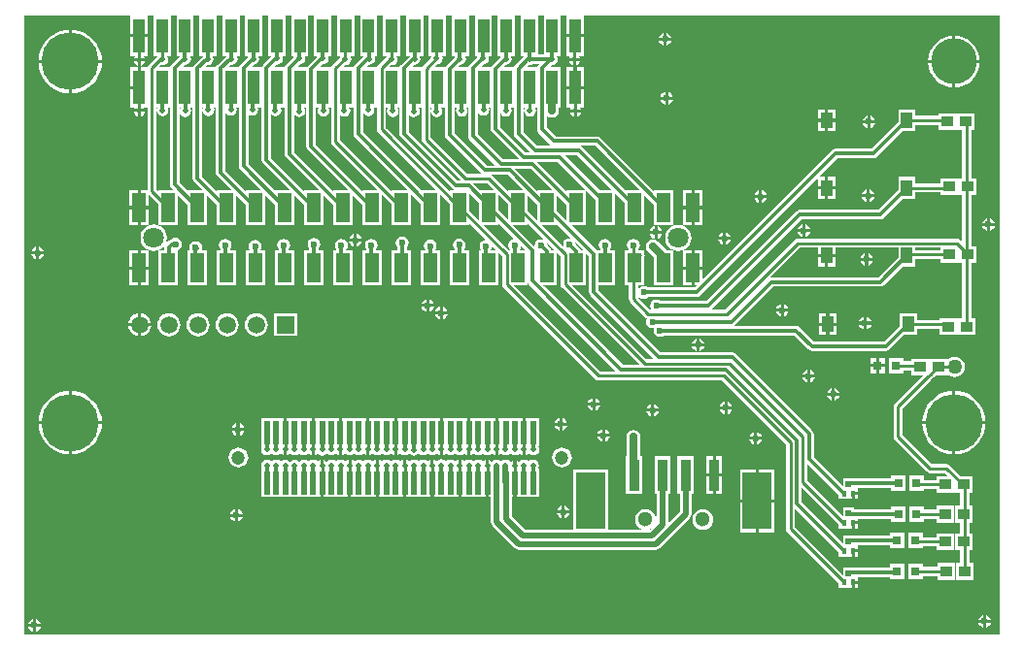
<source format=gtl>
%FSTAX24Y24*%
%MOMM*%
%SFA1B1*%

%IPPOS*%
%ADD10R,0.999998X1.399997*%
%ADD11R,0.999998X0.949998*%
%ADD12R,0.999998X2.999994*%
%ADD13R,0.499999X1.999996*%
%ADD14R,0.799998X0.799998*%
%ADD15R,2.499995X4.999990*%
%ADD16R,0.899998X2.799994*%
%ADD17R,1.199998X2.499995*%
%ADD18R,0.369999X0.499999*%
%ADD19R,0.469999X0.499999*%
%ADD20C,0.250000*%
%ADD21C,0.309999*%
%ADD22C,0.499999*%
%ADD23C,0.699999*%
%ADD24C,0.299999*%
%ADD25C,0.799998*%
%ADD26C,1.199998*%
%ADD27C,4.999990*%
%ADD28C,3.999992*%
%ADD29C,1.499997*%
%ADD30R,1.499997X1.499997*%
%ADD31C,1.299997*%
%ADD32C,1.799996*%
%ADD33C,0.599999*%
%ADD34C,0.509999*%
%ADD35C,1.269997*%
%LNio-testing-mezzanine-1*%
%LPD*%
G36*
X949999Y099999D02*
X099999D01*
Y639999*
X192499*
Y623799*
X207499*
Y639999*
X212499*
Y604999*
X215999*
X215599Y604599*
X208399Y597399*
X207899Y596799*
X207499Y596199*
X207399Y595399*
X207299Y594999*
X201299*
Y577499*
X199999*
Y576199*
X192499*
Y559999*
X195799*
X195299Y559299*
X195199Y558599*
X204999*
X204899Y559299*
X204399Y559999*
X207199*
X207299Y487599*
X201299*
Y473899*
X208499*
Y483999*
X216899Y475599*
Y457599*
X233899*
Y483599*
X242299Y475199*
Y457599*
X259299*
Y483599*
X267699Y475199*
Y457599*
X284699*
Y483599*
X293099Y475199*
Y457599*
X310099*
Y483599*
X318499Y475199*
Y457599*
X335499*
Y483599*
X343899Y475199*
Y457599*
X360899*
Y483599*
X369299Y475199*
Y457599*
X386299*
Y483599*
X394699Y475199*
Y457599*
X411699*
Y483999*
X420099Y475599*
Y457599*
X437099*
Y484599*
X445499Y476199*
Y457599*
X462499*
Y483999*
X470899Y475599*
Y457599*
X487899*
Y458599*
X502099Y444399*
X499999Y443999*
X498199Y442799*
X496999Y440999*
X496599Y438799*
X496999Y436599*
X497999Y435099*
Y434999*
X496299*
Y404999*
X513299*
Y433199*
X516499Y429999*
Y405899*
X516799Y404399*
X517599Y403199*
X597699Y323099*
X598999Y322199*
X600499Y321899*
X707599*
X763799Y265799*
Y192199*
X764099Y190799*
X764899Y189499*
X809799Y144599*
Y140699*
X820899*
Y145699*
X822199*
Y146999*
X826599*
Y150099*
X853999*
Y148599*
X866999*
Y161599*
X853999*
Y158499*
X823099*
Y158699*
X813299*
Y152099*
X771499Y193899*
Y209799*
X809799Y171499*
Y167999*
X820899*
Y173099*
X822199*
Y174299*
X826599*
Y177899*
X853999*
Y175599*
X866999*
Y188599*
X853999*
Y186299*
X819299*
X818299Y186099*
X813299*
Y179799*
X777199Y215999*
Y228799*
X809799Y196099*
Y192699*
X820899*
Y197699*
X822199*
Y198999*
X826599*
Y200899*
X854999*
Y198599*
X867999*
Y211599*
X854999*
Y209299*
X823099*
Y210699*
X813299*
Y203599*
X782399Y234499*
Y249099*
X809799Y221699*
Y218199*
X820899*
Y223199*
X822199*
Y224499*
X826599*
Y227899*
X854999*
Y225599*
X867999*
Y238599*
X854999*
Y236299*
X819099*
X818899Y236199*
X813299*
Y229999*
X788099Y255199*
Y275199*
X787799Y276499*
Y276799*
X786799Y278099*
X720099Y344799*
X718799Y345799*
X718499*
X717199Y346099*
X654599*
X600499Y400199*
Y404999*
X614899*
Y434999*
X610199*
Y436099*
X611199Y437599*
X611599Y439799*
X611199Y441999*
X609999Y443799*
X608199Y444999*
X605999Y445399*
X603799Y444999*
X601999Y443799*
X600799Y441999*
X600399Y439799*
X600799Y437599*
X601799Y436099*
Y434999*
X599099*
X576499Y457599*
X589499*
Y487599*
X572499*
Y486999*
X546799Y512699*
X564799*
X597899Y479599*
Y457599*
X614899*
Y485099*
X623299Y476699*
Y457599*
X640299*
Y483599*
X648699Y475199*
Y457599*
X665699*
Y487599*
X648699*
Y486999*
X602099Y533499*
X600799Y534499*
X600499*
X599199Y534799*
X562799*
X555099Y542499*
Y553199*
X555199Y552899*
X557199Y551599*
X559599Y551099*
X561999Y551599*
X563999Y552899*
X565299Y554899*
X565799Y557299*
Y559999*
X567499*
Y594999*
X557699*
X559599Y596999*
X561599Y597399*
X563299Y598499*
X564399Y600199*
X564799Y602199*
X564399Y604199*
X563899Y604999*
X567499*
Y639999*
X572499*
Y623799*
X587499*
Y639999*
X949999*
Y099999*
G37*
G36*
X552499Y606399D02*
X547499D01*
Y639999*
X552499*
Y606399*
G37*
G36*
X332499Y604999D02*
X334999D01*
X334699Y604599*
X334499Y603699*
X327999Y597099*
X327099Y595799*
X326999Y595499*
X326899Y594999*
X317699*
X319999Y597399*
X320099*
X322099Y597799*
X323799Y598899*
X324899Y600599*
X325299Y602599*
X324899Y604599*
X324599Y604999*
X327499*
Y639999*
X332499*
Y604999*
G37*
G36*
X452499D02*
X454799D01*
X454499Y604599*
X454199Y602999*
X447399Y596099*
X446599Y594999*
X437499*
X439799Y597299*
X440099Y597199*
X442099Y597599*
X443799Y598699*
X444899Y600399*
X445299Y602399*
X444899Y604399*
X4445Y604999*
X447499*
Y639999*
X452499*
Y604999*
G37*
G36*
X412499D02*
X415899D01*
X415699Y604599*
X408399Y597299*
X407599Y596099*
X407399Y594999*
X397699*
X399899Y597299*
X400399Y597199*
X402399Y597599*
X404099Y598699*
X405199Y600399*
X405599Y602399*
X405199Y604399*
X404799Y604999*
X407499*
Y639999*
X412499*
Y604999*
G37*
G36*
X292499D02*
X294999D01*
X294599Y604399*
X294499Y603699*
X287999Y597099*
X287099Y595799*
X286999Y595499*
X286899Y594999*
X277699*
X279999Y597299*
X280599Y597199*
X282599Y597599*
X284299Y598699*
X285399Y600399*
X285799Y602399*
X285399Y604399*
X284999Y604999*
X287499*
Y639999*
X292499*
Y604999*
G37*
G36*
X252499D02*
X255399D01*
X254899Y604199*
Y604099*
X247999Y597099*
X247099Y595799*
X246999Y595499*
X246899Y594999*
X237699*
X239899Y597199*
X239999*
X241999Y597599*
X243699Y598699*
X244799Y600399*
X245199Y602399*
X244799Y604399*
X244399Y604999*
X247499*
Y639999*
X252499*
Y604999*
G37*
G36*
X547999Y597099D02*
X547099Y595799D01*
X546999Y595499*
X546899Y594999*
X537699*
X539699Y596999*
X539799*
X541799Y597399*
X542699Y597999*
X548799*
X547999Y597099*
G37*
G36*
X432499Y604999D02*
X435699D01*
X427999Y597299*
X427099Y595899*
X426999Y595599*
X426899Y594999*
X417099*
X419299Y597199*
X420199Y596999*
X422199Y597399*
X423899Y598499*
X424999Y600199*
X425399Y602199*
X424999Y604199*
X424499Y604999*
X427499*
Y639999*
X432499*
Y604999*
G37*
G36*
X392499D02*
X395799D01*
X387999Y597099*
X387099Y595799*
X386999Y595499*
X386899Y594999*
X377599*
X379599Y596999*
X379699*
X381699Y597399*
X383399Y598499*
X384499Y600199*
X384899Y602199*
X384499Y604199*
X383999Y604999*
X387499*
Y639999*
X392499*
Y604999*
G37*
G36*
X272499D02*
X275799D01*
X267999Y597099*
X267099Y595799*
X266999Y595499*
X266899Y594999*
X257699*
X259599Y596999*
X259699*
X261699Y597399*
X263399Y598499*
X264499Y600199*
X264899Y602199*
X264499Y604199*
X263999Y604999*
X267499*
Y639999*
X272499*
Y604999*
G37*
G36*
X232499D02*
X235599D01*
X235199Y604399*
X227999Y597099*
X227099Y595799*
X226999Y595499*
X226899Y594999*
X216899*
X218899Y596999*
X220199Y596699*
X222199Y597099*
X223899Y598199*
X224999Y599899*
X225399Y601899*
X224999Y603899*
X224299Y604999*
X227499*
Y639999*
X232499*
Y604999*
G37*
G36*
X532499D02*
X535499D01*
X534999Y604199*
X527799Y5969*
X526799Y595599*
Y595299*
X526699Y594999*
X517699*
X519899Y597299*
X521499Y597599*
X523199Y598699*
X524299Y600399*
X524699Y602399*
X524299Y604399*
X523899Y604999*
X527499*
Y639999*
X532499*
Y604999*
G37*
G36*
X512499D02*
X515099D01*
X514699Y604399*
X514599Y603799*
X507599Y596699*
X506599Y595399*
Y595099*
Y594999*
X497699*
X500199Y597599*
X501499Y597799*
X503199Y598899*
X504299Y600599*
X504699Y602599*
X504299Y604599*
X503999Y604999*
X507499*
Y639999*
X512499*
Y604999*
G37*
G36*
X492499D02*
X494999D01*
X494699Y604599*
X494499Y603699*
X487999Y597099*
X487099Y595799*
X486999Y595499*
X486899Y594999*
X477699*
X479899Y597299*
X481599Y597599*
X483299Y598699*
X484399Y600399*
X484799Y602399*
X484399Y604399*
X483999Y604999*
X487499*
Y639999*
X492499*
Y604999*
G37*
G36*
X472499D02*
X475199D01*
X474799Y604399*
X474699Y603899*
X467799Y5969*
X466799Y595599*
Y595299*
X466699Y594999*
X4572*
X459699Y597499*
X461299Y597799*
X462999Y598899*
X464099Y600599*
X464499Y602599*
X464099Y604599*
X463799Y604999*
X467499*
Y639999*
X472499*
Y604999*
G37*
G36*
X372499D02*
X375399D01*
X374899Y604199*
X374699Y603099*
X368399Y596799*
X367599Y595599*
X367499Y594999*
X357699*
X360099Y597499*
X361799Y597799*
X363499Y598899*
X364599Y600599*
X364999Y602599*
X364599Y604599*
X364299Y604999*
X367499*
Y639999*
X372499*
Y604999*
G37*
G36*
X352499D02*
X355299D01*
X354999Y604599*
X354899Y604099*
X347099Y596199*
X346299Y594999*
X337699*
X340199Y597599*
X341499Y597799*
X343199Y598899*
X344299Y600599*
X344699Y602599*
X344299Y604599*
X343999Y604999*
X347499*
Y639999*
X352499*
Y604999*
G37*
G36*
X312499D02*
X315599D01*
X315299Y604599*
Y604499*
X307999Y597099*
X307099Y595799*
X306999Y595499*
X306899Y594999*
X297699*
X299899Y597299*
X301399Y597599*
X303099Y598699*
X304199Y600399*
X304599Y602399*
X304199Y604399*
X303799Y604999*
X307499*
Y639999*
X312499*
Y604999*
G37*
G36*
X435099Y559699D02*
Y559599D01*
Y559999*
Y559699*
G37*
G36*
X395099D02*
Y559499D01*
Y559999*
X395299*
X395099Y559699*
G37*
G36*
X275199Y559899D02*
X275099Y559199D01*
Y559999*
X275299*
X275199Y559899*
G37*
G36*
X514699Y559299D02*
Y559099D01*
Y559999*
X515199*
X514699Y559299*
G37*
G36*
X335399Y559499D02*
X335099Y558999D01*
Y559999*
X335399*
Y559499*
G37*
G36*
X4953Y559899D02*
X495099Y558699D01*
Y559999*
X495399*
X4953Y559899*
G37*
G36*
X235899Y559799D02*
X235299Y558899D01*
X235099Y557699*
Y559999*
X235899*
Y559799*
G37*
G36*
X454899Y559699D02*
X454299Y5588D01*
X453999Y557099*
Y559999*
X454899*
Y559699*
G37*
G36*
X506299Y541199D02*
X506599Y539899D01*
Y539599*
X507599Y538299*
X530799Y514999*
X516999*
X495099Y536899*
Y557099*
X4953Y555899*
X496399Y554199*
X498099Y553099*
X500099Y552699*
X502099Y553099*
X503799Y554199*
X504899Y555899*
X505299Y557899*
X504899Y559899*
X504799Y559999*
X506299*
Y541199*
G37*
G36*
X306699Y514099D02*
X306999Y512799D01*
X307099Y512499*
X307999Y511099*
X331499Y487599*
X318499*
Y486999*
X295099Y510399*
Y554099*
X296599Y553099*
X298599Y552699*
X300599Y553099*
X302299Y554199*
X303399Y555899*
X303799Y557899*
X303399Y559899*
X303299Y559999*
X306699*
Y514099*
G37*
G36*
X286699Y508699D02*
X286999Y507399D01*
X287099Y507099*
X287999Y505699*
X306099Y487599*
X293099*
Y486999*
X275099Y504999*
Y556599*
X275199Y555899*
X276299Y554199*
X277999Y553099*
X279999Y552699*
X281999Y553099*
X283699Y554199*
X284799Y555899*
X285199Y557899*
X284799Y559899*
X284699Y559999*
X286699*
Y508699*
G37*
G36*
X407299Y540799D02*
X407599Y539299D01*
X408399Y538099*
X458899Y487599*
X445899*
X395099Y538399*
Y555899*
Y555699*
X396199Y553999*
X397899Y552899*
X399899Y552499*
X401899Y552899*
X403599Y553999*
X404699Y555699*
X405099Y557699*
X404699Y559699*
X404499Y559999*
X407299*
Y540799*
G37*
G36*
X2667Y503299D02*
X266999Y501999D01*
X267099Y501699*
X267999Y500299*
X280699Y487599*
X267699*
Y486999*
X255099Y499599*
Y559999*
X255699*
X255499Y559699*
X255099Y557699*
X255499Y555699*
X256599Y553999*
X258299Y552899*
X260299Y552499*
X262299Y552899*
X263999Y553999*
X265099Y555699*
X265499Y557699*
X265099Y559699*
X264899Y559999*
X2667*
Y503299*
G37*
G36*
X326699Y519499D02*
X326999Y518199D01*
X327099Y517899*
X327999Y516499*
X356899Y487599*
X343899*
Y486999*
X315099Y515799*
Y553799*
X316699Y552699*
X318699Y552299*
X320699Y552699*
X322399Y553799*
X323499Y555499*
X323899Y557499*
X323499Y559499*
X323199Y559999*
X326699*
Y519499*
G37*
G36*
X226699Y492499D02*
X226999Y491199D01*
X227099Y490899*
X227999Y489499*
X229899Y487599*
X216899*
Y486599*
X215099Y488399*
X214999Y559999*
X2159*
X215599Y559499*
X215199Y557499*
X215599Y555499*
X216699Y553799*
X218399Y552699*
X220399Y552299*
X222399Y552699*
X224099Y553799*
X225199Y555499*
X225599Y557499*
X225199Y559499*
X224899Y559999*
X226699*
Y492499*
G37*
G36*
X546699Y540799D02*
X546999Y539499D01*
X547099Y539199*
X547999Y537899*
X558199Y527699*
X559099Y526999*
X559299Y526899*
X546599*
X534899Y538599*
Y559999*
X536299*
X535799Y559299*
X535399Y557299*
X535799Y555299*
X536899Y553599*
X538599Y552499*
X540599Y552099*
X542599Y552499*
X544299Y553599*
X545399Y555299*
X545799Y557299*
X545399Y559299*
X544899Y559999*
X546699*
Y540799*
G37*
G36*
X526499Y536899D02*
X526799Y535599D01*
Y535299*
X527799Y533999*
X540599Y521099*
X536499*
X514699Y542899*
Y555499*
Y555299*
X515799Y553599*
X517499Y552499*
X519499Y552099*
X521499Y552499*
X523199Y553599*
X524299Y555299*
X524699Y557299*
X524299Y559299*
X523799Y559999*
X526499*
Y536899*
G37*
G36*
X486699Y535199D02*
X486999Y533899D01*
X487099Y533599*
X487999Y532199*
X510799Y509399*
X502899*
X474899Y537399*
Y559999*
X476899*
X476399Y559299*
X475999Y557299*
X476399Y555299*
X477499Y553599*
X479199Y552499*
X481199Y552099*
X483199Y552499*
X484899Y553599*
X485999Y555299*
X486399Y557299*
X485999Y559299*
X485499Y559999*
X486699*
Y535199*
G37*
G36*
X386699Y536599D02*
X387099Y534999D01*
X387999Y533699*
X388199Y533499*
X434099Y487599*
X420099*
Y486599*
X375099Y531599*
Y553699*
Y553599*
X376799Y552499*
X378799Y552099*
X380799Y552499*
X382499Y553599*
X383599Y555299*
X383999Y557299*
X383599Y559299*
X383099Y559999*
X386699*
Y536599*
G37*
G36*
X367299Y529999D02*
X367599Y528499D01*
X368399Y527299*
X408099Y487599*
X394699*
Y486999*
X354199Y527499*
Y559999*
X356299*
X355799Y559299*
X355399Y557299*
X355799Y555299*
X356899Y553599*
X358599Y552499*
X360599Y552099*
X362599Y552499*
X364299Y553599*
X365399Y555299*
X365799Y557299*
X365399Y559299*
X364899Y559999*
X367299*
Y529999*
G37*
G36*
X426699Y536999D02*
X426999Y535699D01*
X427099Y535399*
X427999Y534099*
X473299Y488799*
X474599Y487799*
X475699Y487599*
X470899*
Y486599*
X415099Y542399*
Y559999*
X416899*
Y559799*
X416299Y558899*
X415899Y556899*
X416299Y554899*
X417399Y553199*
X4191Y552099*
X421099Y551699*
X423099Y552099*
X424799Y553199*
X425899Y554899*
X426299Y556899*
X425899Y558899*
X425299Y559799*
Y559999*
X426699*
Y536999*
G37*
G36*
X246699Y497899D02*
X246999Y496599D01*
X247099Y496299*
X247999Y494899*
X255299Y487599*
X242299*
Y486999*
X235099Y494199*
Y556099*
X235299Y554899*
X236399Y553199*
X238099Y552099*
X240099Y551699*
X242099Y552099*
X243799Y553199*
X244899Y554899*
X245299Y556899*
X244899Y558899*
X244299Y559799*
Y559999*
X246699*
Y497899*
G37*
G36*
X466499Y535699D02*
X466799Y534399D01*
Y534099*
X467799Y532799*
X498299Y502299*
X498799Y501899*
X485899*
X453999Y533799*
Y556499*
X454299Y554799*
X455399Y553099*
X457099Y551999*
X459099Y551599*
X461099Y551999*
X462799Y553099*
X463899Y554799*
X464299Y556799*
X463899Y5588*
X463299Y559699*
Y559999*
X466499*
Y535699*
G37*
G36*
X446199Y532199D02*
X446499Y530699D01*
X447399Y529499*
X480899Y495899*
X477899*
X435099Y538699*
Y553999*
X435599Y553099*
X437299Y551999*
X439299Y551599*
X441299Y551999*
X442999Y553099*
X444099Y554799*
X4445Y556799*
X444099Y5588*
X443499Y559699*
Y559999*
X446199*
Y532199*
G37*
G36*
X345799Y525799D02*
X346099Y524499D01*
Y524199*
X347099Y522899*
X382299Y487599*
X369299*
Y486999*
X335099Y521199*
Y554199*
X335899Y552899*
X337599Y551799*
X339599Y551399*
X341599Y551799*
X343299Y552899*
X344399Y554599*
X344799Y556599*
X344399Y558599*
X343799Y559499*
Y559999*
X345799*
Y525799*
G37*
G36*
X636299Y487599D02*
X624199D01*
X586099Y525599*
X584999Y526399*
X597499*
X636299Y487599*
G37*
G36*
X612399D02*
X601699D01*
X570799Y518499*
X581499*
X612399Y487599*
G37*
G36*
X509699D02*
X497399D01*
X490899Y494099*
X503199*
X509699Y487599*
G37*
G36*
X560099D02*
X547099D01*
Y486999*
X527499Y506599*
X541099*
X560099Y487599*
G37*
G36*
X512999Y500999D02*
X521299D01*
X534699Y487599*
X521699*
Y486599*
X507499Y500699*
X507099Y500999*
X512799*
X512999*
G37*
G36*
X521699Y475599D02*
Y462099D01*
X513299Y470499*
Y483999*
X521699Y475599*
G37*
G36*
X572499Y475199D02*
Y461599D01*
X564099Y469999*
Y483599*
X572499Y475199*
G37*
G36*
X547099D02*
Y461199D01*
X538699Y469599*
Y483599*
X547099Y475199*
G37*
G36*
X496299Y476899D02*
Y461199D01*
X487899Y469599*
Y485299*
X496299Y476899*
G37*
G36*
X576699Y445599D02*
X574999Y445899D01*
X572799Y445499*
X570999Y444299*
X569799Y442499*
X569399Y440299*
X569699Y438599*
X550699Y457599*
X564099*
Y458199*
X576699Y445599*
G37*
G36*
X552899Y444399D02*
X552599Y444599D01*
X550399Y444999*
X548199Y444599*
X546399Y443399*
X545199Y441599*
X544799Y439399*
Y438999*
X526199Y457599*
X538699*
Y458599*
X552899Y444399*
G37*
G36*
X587299Y434999D02*
X584999D01*
X584899Y435899*
X583899Y437199*
X580599Y440599*
X580299Y441999*
X587299Y434999*
G37*
G36*
X562299D02*
X559099D01*
X558899Y436099*
Y436399*
X557899Y437699*
X555999Y439699*
X555599Y441599*
X555399Y441899*
X562299Y434999*
G37*
G36*
X536999D02*
X531499D01*
Y435899*
X532499Y437399*
X532899Y439199*
X536999Y434999*
G37*
G36*
X526899Y445199D02*
X525099Y444799D01*
X523299Y443599*
X522099Y441799*
X521699Y439599*
X522099Y437399*
X523099Y435899*
Y434999*
X522499*
X499899Y457599*
X513299*
Y458699*
X526899Y445199*
G37*
G36*
X511499Y434999D02*
X506399D01*
Y435099*
X507399Y436599*
X507799Y438699*
X511499Y434999*
G37*
G36*
X547099D02*
Y410199D01*
X546799Y410399*
Y435199*
X547099Y434999*
G37*
G36*
X592099Y430199D02*
Y398499D01*
X592399Y397199*
X592499Y396899*
X593399Y395499*
X648499Y340399*
X642199*
X577599Y404999*
X589499*
Y432799*
X592099Y430199*
G37*
G36*
X567299Y429999D02*
Y405899D01*
X567599Y404399*
X568399Y403199*
X636299Y335399*
X621899*
X552299Y404999*
X564099*
Y433199*
X567299Y429999*
G37*
G36*
X538699Y407099D02*
X539699Y405799D01*
X615699Y329699*
X602099*
X526799Y404999*
X538699*
Y407199*
Y407099*
G37*
%LNio-testing-mezzanine-2*%
%LPC*%
G36*
X659699Y625099D02*
Y620999D01*
X663799*
X663599Y621899*
X662399Y623699*
X660599Y624899*
X659699Y625099*
G37*
G36*
X657099D02*
X656199Y624899D01*
X654399Y623699*
X653199Y621899*
X652999Y620999*
X657099*
Y625099*
G37*
G36*
X663799Y618399D02*
X659699D01*
Y614299*
X660599Y614499*
X662399Y615699*
X663599Y617499*
X663799Y618399*
G37*
G36*
X657099D02*
X652999D01*
X653199Y617499*
X654399Y615699*
X656199Y614499*
X657099Y614299*
Y618399*
G37*
G36*
X587499Y621199D02*
X572499D01*
Y604999*
X575199*
X574499Y603999*
X574399Y603299*
X5842*
X584099Y603999*
X583399Y604999*
X587499*
Y621199*
G37*
G36*
X207499D02*
X192499D01*
Y604999*
X196299*
X195299Y603499*
X195199Y602799*
X204999*
X204899Y603499*
X203899Y604999*
X207499*
Y621199*
G37*
G36*
X911299Y622499D02*
Y601299D01*
X932499*
X932199Y604399*
X930899Y608699*
X928799Y612599*
X925999Y615999*
X922599Y618799*
X918699Y620899*
X9144Y622199*
X911299Y622499*
G37*
G36*
X908699D02*
X905599Y622199D01*
X901299Y620899*
X897399Y618799*
X893999Y615999*
X891199Y612599*
X889099Y608699*
X887799Y604399*
X887499Y601299*
X908699*
Y622499*
G37*
G36*
X141299Y627499D02*
Y601299D01*
X167499*
X167299Y604299*
X166299Y608499*
X164599Y612499*
X162299Y616199*
X159499Y619499*
X156199Y6223*
X152499Y624599*
X148499Y626299*
X144299Y627299*
X141299Y627499*
G37*
G36*
X138699D02*
X135699Y627299D01*
X131499Y626299*
X127499Y624599*
X123799Y6223*
X120499Y619499*
X117699Y616199*
X115399Y612499*
X113699Y608499*
X112699Y604299*
X112499Y601299*
X138699*
Y627499*
G37*
G36*
X5842Y600699D02*
X580599D01*
Y597099*
X581299Y597199*
X582999Y598299*
X584099Y599999*
X5842Y600699*
G37*
G36*
X577999D02*
X574399D01*
X574499Y599999*
X575599Y598299*
X577299Y597199*
X577999Y597099*
Y600699*
G37*
G36*
X204999Y600199D02*
X201399D01*
Y596599*
X202099Y596699*
X203799Y597799*
X204899Y599499*
X204999Y600199*
G37*
G36*
X198799D02*
X195199D01*
X195299Y599499*
X196399Y597799*
X198099Y596699*
X198799Y596599*
Y600199*
G37*
G36*
X587499Y594999D02*
X581299D01*
Y578799*
X587499*
Y594999*
G37*
G36*
X578699D02*
X572499D01*
Y578799*
X578699*
Y594999*
G37*
G36*
X198699D02*
X192499D01*
Y578799*
X198699*
Y594999*
G37*
G36*
X932499Y598699D02*
X911299D01*
Y577499*
X9144Y577799*
X918699Y579099*
X922599Y581199*
X925999Y583999*
X928799Y587399*
X930899Y591299*
X932199Y595599*
X932499Y598699*
G37*
G36*
X908699D02*
X887499D01*
X887799Y595599*
X889099Y591299*
X891199Y587399*
X893999Y583999*
X897399Y581199*
X901299Y579099*
X905599Y577799*
X908699Y577499*
Y598699*
G37*
G36*
X167499D02*
X141299D01*
Y572499*
X144299Y572699*
X148499Y573699*
X152499Y575399*
X156199Y577699*
X159499Y580499*
X162299Y583799*
X164599Y587499*
X166299Y591499*
X167299Y595699*
X167499Y598699*
G37*
G36*
X138699D02*
X112499D01*
X112699Y595699*
X113699Y591499*
X115399Y587499*
X117699Y583799*
X120499Y580499*
X123799Y577699*
X127499Y575399*
X131499Y573699*
X135699Y572699*
X138699Y572499*
Y598699*
G37*
G36*
X660999Y573499D02*
Y569399D01*
X665099*
X664899Y570299*
X663699Y572099*
X661899Y573299*
X660999Y573499*
G37*
G36*
X658399D02*
X657499Y573299D01*
X655699Y572099*
X654499Y570299*
X654299Y569399*
X658399*
Y573499*
G37*
G36*
X665099Y566799D02*
X660999D01*
Y562699*
X661899Y562899*
X663699Y564099*
X664899Y565899*
X665099Y566799*
G37*
G36*
X658399D02*
X654299D01*
X654499Y565899*
X655699Y564099*
X657499Y562899*
X658399Y562699*
Y566799*
G37*
G36*
X587499Y576199D02*
X572499D01*
Y559999*
X576099*
X575499Y559099*
X575399Y558399*
X585199*
X585099Y559099*
X584499Y559999*
X587499*
Y576199*
G37*
G36*
X204999Y555999D02*
X201399D01*
Y552399*
X202099Y552499*
X203799Y553599*
X204899Y555299*
X204999Y555999*
G37*
G36*
X198799D02*
X195199D01*
X195299Y555299*
X196399Y553599*
X198099Y552499*
X198799Y552399*
Y555999*
G37*
G36*
X585199Y555799D02*
X581599D01*
Y552199*
X582299Y552299*
X583999Y553399*
X585099Y555099*
X585199Y555799*
G37*
G36*
X578999D02*
X575399D01*
X575499Y555099*
X576599Y553399*
X578299Y552299*
X578999Y552199*
Y555799*
G37*
G36*
X806599Y558299D02*
X800399D01*
Y550099*
X806599*
Y558299*
G37*
G36*
X797799D02*
X791599D01*
Y550099*
X797799*
Y558299*
G37*
G36*
X837199Y552999D02*
Y548899D01*
X841299*
X841099Y549799*
X839899Y551599*
X838099Y552799*
X837199Y552999*
G37*
G36*
X834599D02*
X833699Y552799D01*
X831899Y551599*
X830699Y549799*
X830499Y548899*
X834599*
Y552999*
G37*
G36*
X841299Y546299D02*
X837199D01*
Y542199*
X838099Y542399*
X839899Y543599*
X841099Y545399*
X841299Y546299*
G37*
G36*
X834599D02*
X830499D01*
X830699Y545399*
X831899Y543599*
X833699Y542399*
X834599Y542199*
Y546299*
G37*
G36*
X806599Y547499D02*
X800399D01*
Y539299*
X806599*
Y547499*
G37*
G36*
X797799D02*
X791599D01*
Y539299*
X797799*
Y547499*
G37*
G36*
X806599Y499299D02*
X800399D01*
Y491099*
X806599*
Y499299*
G37*
G36*
X836599Y488499D02*
Y484399D01*
X840699*
X840499Y485299*
X839299Y487099*
X837499Y488299*
X836599Y488499*
G37*
G36*
X833999D02*
X833099Y488299D01*
X831299Y487099*
X830099Y485299*
X829899Y484399*
X833999*
Y488499*
G37*
G36*
X742899Y487599D02*
Y483499D01*
X746999*
X746799Y484399*
X745599Y486199*
X743799Y487399*
X742899Y487599*
G37*
G36*
X740299D02*
X739399Y487399D01*
X737599Y486199*
X736399Y484399*
X736199Y483499*
X740299*
Y487599*
G37*
G36*
X806599Y488499D02*
X800399D01*
Y480299*
X806599*
Y488499*
G37*
G36*
X797799D02*
X791599D01*
Y480299*
X797799*
Y488499*
G37*
G36*
X840699Y481799D02*
X836599D01*
Y477699*
X837499Y477899*
X839299Y479099*
X840499Y480899*
X840699Y481799*
G37*
G36*
X833999D02*
X829899D01*
X830099Y480899*
X831299Y479099*
X833099Y477899*
X833999Y477699*
Y481799*
G37*
G36*
X746999Y480899D02*
X742899D01*
Y476799*
X743799Y476999*
X745599Y478199*
X746799Y479999*
X746999Y480899*
G37*
G36*
X740299D02*
X736199D01*
X736399Y479999*
X737599Y478199*
X739399Y476999*
X740299Y476799*
Y480899*
G37*
G36*
X691099Y487599D02*
X683899D01*
Y473899*
X691099*
Y487599*
G37*
G36*
X681299D02*
X674099D01*
Y473899*
X681299*
Y487599*
G37*
G36*
X198699D02*
X191499D01*
Y473899*
X198699*
Y487599*
G37*
G36*
X941499Y463299D02*
Y459199D01*
X945599*
X945399Y460099*
X944199Y461899*
X942399Y463099*
X941499Y463299*
G37*
G36*
X938899D02*
X937999Y463099D01*
X936199Y461899*
X934999Y460099*
X934799Y459199*
X938899*
Y463299*
G37*
G36*
X691099Y471299D02*
X683899D01*
Y457599*
X691099*
Y471299*
G37*
G36*
X681299D02*
X674099D01*
Y457599*
X681299*
Y471299*
G37*
G36*
X208499D02*
X201299D01*
Y457599*
X208499*
Y471299*
G37*
G36*
X198699D02*
X191499D01*
Y457599*
X198699*
Y471299*
G37*
G36*
X780599Y457999D02*
Y453899D01*
X784699*
X784499Y454799*
X783299Y456599*
X781499Y457799*
X780599Y457999*
G37*
G36*
X777999D02*
X777099Y457799D01*
X775299Y456599*
X774099Y454799*
X773899Y453899*
X777999*
Y457999*
G37*
G36*
X945599Y456599D02*
X941499D01*
Y452499*
X942399Y452699*
X944199Y453899*
X945399Y455699*
X945599Y456599*
G37*
G36*
X938899D02*
X934799D01*
X934999Y455699*
X936199Y453899*
X937999Y452699*
X938899Y452499*
Y456599*
G37*
G36*
X651599Y456499D02*
Y452399D01*
X655699*
X655499Y453299*
X654299Y455099*
X652499Y456299*
X651599Y456499*
G37*
G36*
X648999D02*
X648099Y456299D01*
X646299Y455099*
X645099Y453299*
X644899Y452399*
X648999*
Y456499*
G37*
G36*
X784699Y451299D02*
X780599D01*
Y447199*
X781499Y447399*
X783299Y448599*
X784499Y450399*
X784699Y451299*
G37*
G36*
X777999D02*
X773899D01*
X774099Y450399*
X775299Y448599*
X777099Y447399*
X777999Y447199*
Y451299*
G37*
G36*
X711399Y451099D02*
Y446999D01*
X715499*
X715299Y447899*
X714099Y449699*
X712299Y450899*
X711399Y451099*
G37*
G36*
X708799D02*
X707899Y450899D01*
X706099Y449699*
X704899Y447899*
X704699Y446999*
X708799*
Y451099*
G37*
G36*
X655699Y449799D02*
X651599D01*
Y445699*
X652499Y445899*
X654299Y447099*
X655499Y448899*
X655699Y449799*
G37*
G36*
X648999D02*
X644899D01*
X645099Y448899*
X646299Y447099*
X648099Y445899*
X648999Y445699*
Y449799*
G37*
G36*
X389799Y449599D02*
Y445499D01*
X393899*
X3937Y446399*
X392499Y448199*
X390699Y449399*
X389799Y449599*
G37*
G36*
X387199D02*
X386299Y449399D01*
X384499Y448199*
X383299Y446399*
X383099Y445499*
X387199*
Y449599*
G37*
G36*
X715499Y444399D02*
X711399D01*
Y440299*
X712299Y440499*
X714099Y441699*
X715299Y443499*
X715499Y444399*
G37*
G36*
X708799D02*
X704699D01*
X704899Y443499*
X706099Y441699*
X707899Y440499*
X708799Y440299*
Y444399*
G37*
G36*
X393899Y442899D02*
X389799D01*
Y438799*
X390699Y438999*
X392499Y440199*
X3937Y441999*
X393899Y442899*
G37*
G36*
X387199D02*
X383099D01*
X383299Y441999*
X384499Y440199*
X386299Y438999*
X387199Y438799*
Y442899*
G37*
G36*
X212699Y457899D02*
X209699Y457499D01*
X206899Y456399*
X204499Y454499*
X202599Y452099*
X201499Y449299*
X201099Y446299*
X201499Y443299*
X202599Y440499*
X204499Y438099*
X206899Y436199*
X209699Y435099*
X212699Y434699*
X215699Y435099*
X218499Y436199*
X220899Y438099*
X221999Y439499*
Y439399*
X221699Y438099*
Y434999*
X216899*
Y404999*
X233899*
Y434999*
X230099*
Y435499*
X231599Y435199*
X233799Y435599*
X235599Y436799*
X236799Y438599*
X237199Y440799*
X236799Y442999*
X235599Y444799*
X233799Y445999*
X231599Y446399*
X229399Y445999*
X227599Y444799*
X226999Y444699*
X225699Y443699*
X223099Y441199*
X223899Y443299*
X224299Y446299*
X223899Y449299*
X222799Y452099*
X220899Y454499*
X218499Y456399*
X215699Y457499*
X212699Y457899*
G37*
G36*
X669899Y457699D02*
X666899Y457299D01*
X664099Y456199*
X661699Y454299*
X659799Y451899*
X658699Y449099*
X658299Y446099*
X658699Y443099*
X659799Y440299*
X661699Y437899*
X664099Y435999*
X666899Y434899*
X669899Y434499*
X672899Y434899*
X675699Y435999*
X678099Y437899*
X679999Y440299*
X681099Y443099*
X681499Y446099*
X681099Y449099*
X679999Y451899*
X678099Y454299*
X675699Y456199*
X672899Y457299*
X669899Y457699*
G37*
G36*
X112799Y438499D02*
Y434399D01*
X116899*
X116699Y435299*
X115499Y437099*
X113699Y438299*
X112799Y438499*
G37*
G36*
X110199D02*
X109299Y438299D01*
X107499Y437099*
X106299Y435299*
X106099Y434399*
X110199*
Y438499*
G37*
G36*
X116899Y4318D02*
X112799D01*
Y427699*
X113699Y427899*
X115499Y429099*
X116699Y430899*
X116899Y4318*
G37*
G36*
X110199D02*
X106099D01*
X106299Y430899*
X107499Y429099*
X109299Y427899*
X110199Y427699*
Y4318*
G37*
G36*
X691099Y434999D02*
X683899D01*
Y421299*
X691099*
Y434999*
G37*
G36*
X681299D02*
X674099D01*
Y421299*
X681299*
Y434999*
G37*
G36*
X208499D02*
X201299D01*
Y421299*
X208499*
Y434999*
G37*
G36*
X198699D02*
X191499D01*
Y421299*
X198699*
Y434999*
G37*
G36*
X876599Y558299D02*
X861599D01*
Y547199*
X8382Y523799*
X806499*
X805199Y523499*
X804899*
X803499Y522499*
X691099Y410199*
Y418699*
X683899*
Y404999*
X685899*
X683799Y402799*
X643599*
X642099Y403799*
X639899Y404199*
X637699Y403799*
X635899Y402599*
X634699Y400799*
X634599Y400299*
Y404999*
X640299*
Y429799*
X640599Y430999*
X640299Y432199*
Y434999*
X634599*
Y435699*
X634699Y435799*
X635899Y437599*
X636299Y439799*
X635899Y441999*
X634699Y443799*
X632899Y444999*
X630699Y445399*
X628499Y444999*
X626699Y443799*
X625499Y441999*
X625099Y439799*
X625499Y437599*
X626699Y435799*
X626799Y435699*
Y434999*
X623299*
Y404999*
X626799*
Y392599*
X627099Y391099*
X627999Y389899*
X640799Y376999*
X642099Y376099*
X642699Y375999*
X642099Y375099*
X641699Y372899*
X642099Y370699*
X643299Y368899*
X645099Y367699*
X647299Y367299*
X648799Y367499*
X648399Y365399*
X648799Y363199*
X649999Y361399*
X651799Y360199*
X653999Y359799*
X656199Y360199*
X657699Y361199*
X770799*
X783199Y348799*
X784599Y347899*
X784799Y347799*
X786199Y347599*
X850999*
X852399Y347799*
X852599Y347899*
X853999Y348799*
X866499Y361299*
X877599*
Y366899*
X897599*
Y361499*
X912599*
Y376099*
X897599*
Y374699*
X877599*
Y380299*
X862599*
Y369199*
X849299Y355899*
X787899*
X775399Y3683*
X774099Y369299*
X773799*
X772499Y369599*
X718599*
X719099Y369999*
X752799Y403599*
X846099*
X847399Y403899*
X847699*
X848999Y404899*
X865499Y421299*
X876599*
Y427899*
X898599*
Y424499*
X913599*
Y434799*
X914599Y433799*
Y424499*
X917199*
Y376099*
X913599*
Y361499*
X928599*
Y376099*
X924999*
Y424499*
X929599*
Y439099*
X924999*
Y483499*
X929599*
Y498099*
X924999*
Y540499*
X927599*
Y555099*
X912599*
Y540499*
X917199*
Y498099*
X914599*
Y483499*
X917199*
Y442199*
X914999Y444399*
X913799Y445199*
X912299Y445499*
X774099*
X772599Y445199*
X771399Y444399*
X710599Y383599*
X698599*
X699099Y383999*
X777299Y462099*
X845599*
X846899Y462399*
X847199*
X848499Y463399*
X865499Y480299*
X876599*
Y485899*
X898599*
Y483499*
X913599*
Y498099*
X898599*
Y493699*
X876599*
Y499299*
X861599*
Y488199*
X843899Y470499*
X775599*
X773999Y470199*
X773599Y4699*
X772699Y469199*
X694499Y391099*
X654699*
X653199Y392099*
X650999Y392499*
X648799Y392099*
X646999Y390899*
X645799Y389099*
X645399Y386899*
X645799Y384699*
X646499Y383599*
X645199*
X634599Y394199*
Y396899*
X634699Y396399*
X635899Y394599*
X637699Y393399*
X639899Y392999*
X642099Y393399*
X643599Y394399*
X685499*
X686799Y394699*
X687099*
X688399Y395699*
X791599Y498799*
Y491099*
X797799*
Y499299*
X792099*
X808199Y515399*
X839899*
X841199Y515699*
X841499*
X842799Y516699*
X865499Y539299*
X876599*
Y544899*
X896599*
Y540499*
X911599*
Y555099*
X896599*
Y552699*
X876599*
Y558299*
G37*
G36*
X681299Y418699D02*
X674099D01*
Y404999*
X681299*
Y418699*
G37*
G36*
X647599Y444999D02*
X645199Y4445D01*
X643199Y443199*
X641899Y441199*
X641399Y438799*
X641899Y436399*
X643199Y434399*
X648699Y428999*
Y404999*
X665699*
Y434999*
X660099*
X651999Y443199*
X649999Y4445*
X647599Y444999*
G37*
G36*
X478999Y445799D02*
X476799Y445399D01*
X474999Y444199*
X473799Y442399*
X473399Y440199*
X473799Y437999*
X474799Y436499*
Y434999*
X470899*
Y404999*
X487899*
Y434999*
X483199*
Y436499*
X484199Y437999*
X484599Y440199*
X484199Y442399*
X482999Y444199*
X481199Y445399*
X478999Y445799*
G37*
G36*
X453699Y444699D02*
X451499Y444299D01*
X449699Y443099*
X448499Y441299*
X448099Y439099*
X448499Y436899*
X449499Y435399*
Y434999*
X445499*
Y404999*
X462499*
Y434999*
X457899*
Y435399*
X458899Y436899*
X459299Y439099*
X458899Y441299*
X457699Y443099*
X455899Y444299*
X453699Y444699*
G37*
G36*
X429199Y447299D02*
X426999Y446899D01*
X425199Y445699*
X423999Y443899*
X423599Y441699*
X423999Y439499*
X424999Y437999*
Y434999*
X420099*
Y404999*
X437099*
Y434999*
X433399*
Y437999*
X434399Y439499*
X434799Y441699*
X434399Y443899*
X433199Y445699*
X431399Y446899*
X429199Y447299*
G37*
G36*
X402299Y445399D02*
X400099Y444999D01*
X398299Y443799*
X397099Y441999*
X396699Y439799*
X397099Y437599*
X398099Y436099*
Y434999*
X394699*
Y404999*
X411699*
Y434999*
X406499*
Y436099*
X407499Y437599*
X407899Y439799*
X407499Y441999*
X406299Y443799*
X404499Y444999*
X402299Y445399*
G37*
G36*
X376299D02*
X374099Y444999D01*
X372299Y443799*
X371099Y441999*
X370699Y439799*
X371099Y437599*
X372099Y436099*
Y434999*
X369299*
Y404999*
X386299*
Y434999*
X380499*
Y436099*
X381499Y437599*
X381899Y439799*
X381499Y441999*
X380299Y443799*
X378499Y444999*
X376299Y445399*
G37*
G36*
X352399Y446099D02*
X350199Y445699D01*
X348399Y4445*
X347199Y442699*
X346799Y440499*
X347199Y438299*
X348199Y436799*
Y434999*
X343899*
Y404999*
X360899*
Y434999*
X356599*
Y436799*
X357599Y438299*
X357999Y440499*
X357599Y442699*
X356399Y4445*
X354599Y445699*
X352399Y446099*
G37*
G36*
X325999Y445399D02*
X323799Y444999D01*
X321999Y443799*
X320799Y441999*
X320399Y439799*
X320799Y437599*
X321799Y436099*
Y434999*
X318499*
Y404999*
X335499*
Y434999*
X3302*
Y436099*
X331199Y437599*
X331599Y439799*
X331199Y441999*
X329999Y443799*
X328199Y444999*
X325999Y445399*
G37*
G36*
X300999Y444399D02*
X298799Y443999D01*
X296999Y442799*
X295799Y440999*
X295399Y438799*
X295799Y436599*
X296799Y435099*
Y434999*
X293099*
Y404999*
X310099*
Y434999*
X305199*
Y435099*
X306199Y436599*
X306599Y438799*
X306199Y440999*
X304999Y442799*
X303199Y443999*
X300999Y444399*
G37*
G36*
X274999Y445399D02*
X272799Y444999D01*
X270999Y443799*
X269799Y441999*
X269399Y439799*
X269799Y437599*
X270799Y436099*
Y434999*
X267699*
Y404999*
X284699*
Y434999*
X279199*
Y436099*
X280199Y437599*
X280599Y439799*
X280199Y441999*
X278999Y443799*
X277199Y444999*
X274999Y445399*
G37*
G36*
X249299Y443299D02*
X247099Y442899D01*
X245299Y441699*
X244099Y439899*
X243699Y437699*
X244099Y435499*
X244399Y434999*
X242299*
Y404999*
X259299*
Y434999*
X254199*
X254499Y435499*
X254899Y437699*
X254499Y439899*
X253299Y441699*
X251499Y442899*
X249299Y443299*
G37*
G36*
X208499Y418699D02*
X201299D01*
Y404999*
X208499*
Y418699*
G37*
G36*
X198699D02*
X191499D01*
Y404999*
X198699*
Y418699*
G37*
G36*
X452799Y392499D02*
Y388399D01*
X456899*
X456699Y389299*
X455499Y391099*
X453699Y392299*
X452799Y392499*
G37*
G36*
X450199D02*
X449299Y392299D01*
X447499Y391099*
X446299Y389299*
X446099Y388399*
X450199*
Y392499*
G37*
G36*
X761699Y388499D02*
Y384399D01*
X765799*
X765599Y385299*
X764399Y387099*
X762599Y388299*
X761699Y388499*
G37*
G36*
X759099D02*
X758199Y388299D01*
X756399Y387099*
X755199Y385299*
X754999Y384399*
X759099*
Y388499*
G37*
G36*
X464599Y386099D02*
Y381999D01*
X468699*
X468499Y382899*
X467299Y384699*
X465499Y385899*
X464599Y386099*
G37*
G36*
X461999D02*
X461099Y385899D01*
X459299Y384699*
X458099Y382899*
X457899Y381999*
X461999*
Y386099*
G37*
G36*
X456899Y385799D02*
X452799D01*
Y381699*
X453699Y381899*
X455499Y383099*
X456699Y384899*
X456899Y385799*
G37*
G36*
X450199D02*
X446099D01*
X446299Y384899*
X447499Y383099*
X449299Y381899*
X450199Y381699*
Y385799*
G37*
G36*
X765799Y381799D02*
X761699D01*
Y377699*
X762599Y377899*
X764399Y379099*
X765599Y380899*
X765799Y381799*
G37*
G36*
X759099D02*
X754999D01*
X755199Y380899*
X756399Y379099*
X758199Y377899*
X759099Y377699*
Y381799*
G37*
G36*
X468699Y379399D02*
X464599D01*
Y375299*
X465499Y375499*
X467299Y376699*
X468499Y378499*
X468699Y379399*
G37*
G36*
X461999D02*
X457899D01*
X458099Y378499*
X459299Y376699*
X461099Y375499*
X461999Y375299*
Y379399*
G37*
G36*
X833999Y377199D02*
Y373099D01*
X838099*
X837899Y373999*
X836699Y375799*
X834899Y376999*
X833999Y377199*
G37*
G36*
X831399D02*
X830499Y376999D01*
X828699Y375799*
X827499Y373999*
X827299Y373099*
X831399*
Y377199*
G37*
G36*
X807599Y380299D02*
X801399D01*
Y372099*
X807599*
Y380299*
G37*
G36*
X798799D02*
X792599D01*
Y372099*
X798799*
Y380299*
G37*
G36*
X201899Y380399D02*
Y371699D01*
X210599*
X210399Y372999*
X209399Y375499*
X207799Y377599*
X205699Y379199*
X2032Y380199*
X201899Y380399*
G37*
G36*
X199299D02*
X197999Y380199D01*
X195499Y379199*
X193399Y377599*
X191799Y375499*
X190799Y372999*
X190599Y371699*
X199299*
Y380399*
G37*
G36*
X838099Y370499D02*
X833999D01*
Y366399*
X834899Y366599*
X836699Y367799*
X837899Y369599*
X838099Y370499*
G37*
G36*
X831399D02*
X827299D01*
X827499Y369599*
X828699Y367799*
X830499Y366599*
X831399Y366399*
Y370499*
G37*
G36*
X807599Y369499D02*
X801399D01*
Y361299*
X807599*
Y369499*
G37*
G36*
X798799D02*
X792599D01*
Y361299*
X798799*
Y369499*
G37*
G36*
X210599Y369099D02*
X201899D01*
Y360399*
X2032Y360599*
X205699Y361599*
X207799Y363199*
X209399Y365299*
X210399Y367799*
X210599Y369099*
G37*
G36*
X199299D02*
X190599D01*
X190799Y367799*
X191799Y365299*
X193399Y363199*
X195499Y361599*
X197999Y360599*
X199299Y360399*
Y369099*
G37*
G36*
X337599Y380399D02*
X317599D01*
Y360399*
X337599*
Y380399*
G37*
G36*
X302199Y380499D02*
X299599Y380199D01*
X297099Y379199*
X294999Y377599*
X293399Y375499*
X292399Y372999*
X2921Y370399*
X292399Y367799*
X293399Y365299*
X294999Y363199*
X297099Y361599*
X299599Y360599*
X302199Y360299*
X3048Y360599*
X307299Y361599*
X309399Y363199*
X310999Y365299*
X311999Y367799*
X312299Y370399*
X311999Y372999*
X310999Y375499*
X309399Y377599*
X307299Y379199*
X3048Y380199*
X302199Y380499*
G37*
G36*
X276799D02*
X274199Y380199D01*
X271699Y379199*
X269599Y377599*
X267999Y375499*
X266999Y372999*
X2667Y370399*
X266999Y367799*
X267999Y365299*
X269599Y363199*
X271699Y361599*
X274199Y360599*
X276799Y360299*
X2794Y360599*
X281899Y361599*
X283999Y363199*
X285599Y365299*
X286599Y367799*
X286899Y370399*
X286599Y372999*
X285599Y375499*
X283999Y377599*
X281899Y379199*
X2794Y380199*
X276799Y380499*
G37*
G36*
X251399D02*
X248799Y380199D01*
X246299Y379199*
X244199Y377599*
X242599Y375499*
X241599Y372999*
X2413Y370399*
X241599Y367799*
X242599Y365299*
X244199Y363199*
X246299Y361599*
X248799Y360599*
X251399Y360299*
X254Y360599*
X256499Y361599*
X258599Y363199*
X260199Y365299*
X261199Y367799*
X261499Y370399*
X261199Y372999*
X260199Y375499*
X258599Y377599*
X256499Y379199*
X254Y380199*
X251399Y380499*
G37*
G36*
X225999D02*
X223399Y380199D01*
X220899Y379199*
X218799Y377599*
X217199Y375499*
X216199Y372999*
X2159Y370399*
X216199Y367799*
X217199Y365299*
X218799Y363199*
X220899Y361599*
X223399Y360599*
X225999Y360299*
X2286Y360599*
X231099Y361599*
X233199Y363199*
X234799Y365299*
X235799Y367799*
X236099Y370399*
X235799Y372999*
X234799Y375499*
X233199Y377599*
X231099Y379199*
X2286Y380199*
X225999Y380499*
G37*
G36*
X688399Y358399D02*
Y354299D01*
X692499*
X692299Y355199*
X691099Y356999*
X689299Y358199*
X688399Y358399*
G37*
G36*
X6858D02*
X684899Y358199D01*
X683099Y356999*
X681899Y355199*
X681699Y354299*
X6858*
Y358399*
G37*
G36*
X692499Y351699D02*
X688399D01*
Y347599*
X689299Y347799*
X691099Y348999*
X692299Y350799*
X692499Y351699*
G37*
G36*
X6858D02*
X681699D01*
X681899Y350799*
X683099Y348999*
X684899Y347799*
X6858Y347599*
Y351699*
G37*
G36*
X910699Y342599D02*
X908399Y342299D01*
X906199Y341399*
X904399Y339899*
X904199Y339799*
Y340899*
X889199*
Y332499*
X888199Y331499*
Y340899*
X873199*
Y338499*
X866199*
Y341099*
X853199*
Y328099*
X866199*
Y330699*
X873199*
Y326299*
X882999*
X858699Y301899*
X857799Y300699*
X857499Y299199*
Y272899*
X857799Y271399*
X858699Y270099*
X886599Y242199*
X887899Y2413*
X888199*
X889399Y240999*
X902199*
X904899Y238399*
X894999*
Y234999*
X883999*
Y238599*
X870999*
Y225599*
X883999*
Y227199*
X894999*
Y223799*
X909999*
Y233199*
X910999Y232299*
Y223799*
X915599*
Y212299*
X910999*
Y197699*
X915599*
Y188399*
X910999*
Y173799*
X915599*
Y162399*
X911999*
Y147799*
X926999*
Y162399*
X923399*
Y173799*
X925999*
Y188399*
X923399*
Y197699*
X925999*
Y212299*
X923399*
Y223799*
X925999*
Y238399*
X915799*
X906599Y247599*
X905299Y248499*
X903799Y248799*
X890999*
X865299Y274499*
Y297599*
X889899Y322199*
X889999Y322299*
X892299Y324499*
Y324599*
X893999Y326299*
X904199*
Y327399*
X904399Y327299*
X906199Y325799*
X908399Y324899*
X910699Y324599*
X912999Y324899*
X915199Y325799*
X916999Y327299*
X918499Y329099*
X919399Y331299*
X919699Y333599*
X919399Y335899*
X918499Y338099*
X916999Y339899*
X915199Y341399*
X912999Y342299*
X910699Y342599*
G37*
G36*
X850199Y341099D02*
X844999D01*
Y335899*
X850199*
Y341099*
G37*
G36*
X842399D02*
X837199D01*
Y335899*
X842399*
Y341099*
G37*
G36*
X850199Y333299D02*
X844999D01*
Y328099*
X850199*
Y333299*
G37*
G36*
X842399D02*
X837199D01*
Y328099*
X842399*
Y333299*
G37*
G36*
X784699Y330999D02*
Y326899D01*
X788799*
X788599Y327799*
X7874Y329599*
X785599Y330799*
X784699Y330999*
G37*
G36*
X782099D02*
X781199Y330799D01*
X779399Y329599*
X778199Y327799*
X777999Y326899*
X782099*
Y330999*
G37*
G36*
X788799Y324299D02*
X784699D01*
Y320199*
X785599Y320399*
X7874Y321599*
X788599Y323399*
X788799Y324299*
G37*
G36*
X782099D02*
X777999D01*
X778199Y323399*
X779399Y321599*
X781199Y320399*
X782099Y320199*
Y324299*
G37*
G36*
X806199Y315199D02*
Y311099D01*
X810299*
X810099Y311999*
X808899Y313799*
X807099Y314999*
X806199Y315199*
G37*
G36*
X803599D02*
X802699Y314999D01*
X800899Y313799*
X799699Y311999*
X799499Y311099*
X803599*
Y315199*
G37*
G36*
X810299Y308499D02*
X806199D01*
Y304399*
X807099Y304599*
X808899Y305799*
X810099Y307599*
X810299Y308499*
G37*
G36*
X803599D02*
X799499D01*
X799699Y307599*
X800899Y305799*
X802699Y304599*
X803599Y304399*
Y308499*
G37*
G36*
X597499Y306399D02*
Y302299D01*
X601599*
X601399Y303199*
X600199Y304999*
X598399Y306199*
X597499Y306399*
G37*
G36*
X594899D02*
X593999Y306199D01*
X592199Y304999*
X590999Y303199*
X590799Y302299*
X594899*
Y306399*
G37*
G36*
X712599Y303199D02*
Y299099D01*
X716699*
X716499Y299999*
X715299Y301799*
X713499Y302999*
X712599Y303199*
G37*
G36*
X709999D02*
X709099Y302999D01*
X707299Y301799*
X706099Y299999*
X705899Y299099*
X709999*
Y303199*
G37*
G36*
X648799Y301299D02*
Y297199D01*
X652899*
X652699Y298099*
X651499Y299899*
X649699Y301099*
X648799Y301299*
G37*
G36*
X646199D02*
X645299Y301099D01*
X643499Y299899*
X642299Y298099*
X642099Y297199*
X646199*
Y301299*
G37*
G36*
X601599Y299699D02*
X597499D01*
Y295599*
X598399Y295799*
X600199Y296999*
X601399Y298799*
X601599Y299699*
G37*
G36*
X594899D02*
X590799D01*
X590999Y298799*
X592199Y296999*
X593999Y295799*
X594899Y295599*
Y299699*
G37*
G36*
X716699Y296499D02*
X712599D01*
Y292399*
X713499Y292599*
X715299Y293799*
X716499Y295599*
X716699Y296499*
G37*
G36*
X709999D02*
X705899D01*
X706099Y295599*
X707299Y293799*
X709099Y292599*
X709999Y292399*
Y296499*
G37*
G36*
X652899Y294599D02*
X648799D01*
Y290499*
X649699Y290699*
X651499Y291899*
X652699Y293699*
X652899Y294599*
G37*
G36*
X646199D02*
X642099D01*
X642299Y293699*
X643499Y291899*
X645299Y290699*
X646199Y290499*
Y294599*
G37*
G36*
X911299Y312499D02*
Y286299D01*
X937499*
X937299Y289299*
X936299Y293499*
X934599Y297499*
X932299Y301199*
X929499Y304499*
X926199Y307299*
X922499Y309599*
X918499Y311299*
X914299Y312299*
X911299Y312499*
G37*
G36*
X908699D02*
X905699Y312299D01*
X901499Y311299*
X897499Y309599*
X893799Y307299*
X890499Y304499*
X887699Y301199*
X885399Y297499*
X883699Y293499*
X882699Y289299*
X882499Y286299*
X908699*
Y312499*
G37*
G36*
X141299D02*
Y286299D01*
X167499*
X167299Y289299*
X166299Y293499*
X164599Y297499*
X162299Y301199*
X159499Y304499*
X156199Y307299*
X152499Y309599*
X148499Y311299*
X144299Y312299*
X141299Y312499*
G37*
G36*
X138699D02*
X135699Y312299D01*
X131499Y311299*
X127499Y309599*
X123799Y307299*
X120499Y304499*
X117699Y301199*
X115399Y297499*
X113699Y293499*
X112699Y289299*
X112499Y286299*
X138699*
Y312499*
G37*
G36*
X568799Y288999D02*
Y284899D01*
X572899*
X572699Y285799*
X5715Y287599*
X569699Y288799*
X568799Y288999*
G37*
G36*
X566199D02*
X565299Y288799D01*
X563499Y287599*
X562299Y285799*
X562099Y284899*
X566199*
Y288999*
G37*
G36*
X287499Y284399D02*
Y280299D01*
X291599*
X291399Y281199*
X290199Y282999*
X288399Y284199*
X287499Y284399*
G37*
G36*
X284899D02*
X283999Y284199D01*
X282199Y282999*
X280999Y281199*
X280799Y280299*
X284899*
Y284399*
G37*
G36*
X572899Y282299D02*
X568799D01*
Y278199*
X569699Y278399*
X5715Y279599*
X572699Y281399*
X572899Y282299*
G37*
G36*
X566199D02*
X562099D01*
X562299Y281399*
X563499Y279599*
X565299Y278399*
X566199Y278199*
Y282299*
G37*
G36*
X548499Y288999D02*
X536799D01*
Y276499*
X534199*
Y288999*
X512799*
Y276499*
X510199*
Y288999*
X488799*
Y276499*
X486199*
Y288999*
X464799*
Y276499*
X462199*
Y288999*
X424799*
Y276499*
X422199*
Y288999*
X400799*
Y276499*
X398199*
Y288999*
X376799*
Y276499*
X374199*
Y288999*
X352799*
Y276499*
X350199*
Y288999*
X328799*
Y276499*
X326199*
Y288999*
X306499*
Y263999*
X306899*
X306599Y263499*
X306199Y261499*
X306599Y259499*
X307699Y257799*
X309399Y256699*
X311399Y256299*
X313399Y256699*
X315099Y257799*
X315399Y258299*
X315599Y257899*
X317299Y256799*
X319299Y256399*
X321299Y256799*
X322999Y257899*
X323499Y258699*
X323899Y257899*
X325599Y256799*
X326299Y256699*
Y261599*
X328899*
Y256699*
X329599Y256799*
X331299Y257899*
X331499Y258299*
X331799Y257799*
X333499Y256699*
X335499Y256299*
X337499Y256699*
X339199Y257799*
X339599Y258399*
X339899Y257799*
X341599Y256699*
X343599Y256299*
X345599Y256699*
X347299Y257799*
X347499Y258199*
X347799Y257699*
X349499Y256599*
X350199Y256499*
Y261399*
X352799*
Y256499*
X353499Y256599*
X355199Y257699*
X355499Y258199*
X355799Y257699*
X357499Y256599*
X359499Y256199*
X361499Y256599*
X363199Y257699*
X363599Y258399*
X363799Y257999*
X365499Y256899*
X367499Y256499*
X369499Y256899*
X371199Y257999*
X371499Y258499*
X371799Y257999*
X373499Y256899*
X374199Y256799*
Y261699*
X376799*
Y256799*
X377499Y256899*
X379199Y257999*
X379399Y258399*
X379799Y257799*
X381499Y256699*
X383499Y256299*
X385499Y256699*
X387199Y257799*
X387499Y258299*
X387799Y257799*
X389499Y256699*
X391499Y256299*
X393499Y256699*
X395199Y257799*
X395599Y258499*
X395899Y257899*
X397599Y256799*
X398299Y256699*
Y261599*
X400899*
Y256699*
X401599Y256799*
X403299Y257899*
X403499Y258299*
X403799Y257799*
X405499Y256699*
X407499Y256299*
X409499Y256699*
X411199Y257799*
X411599Y258499*
X411999Y257899*
X413699Y256799*
X415699Y256399*
X417699Y256799*
X419399Y257899*
X419499Y258199*
X419699Y257799*
X421399Y256699*
X422099Y256599*
Y261499*
X424699*
Y256599*
X425399Y256699*
X427099Y257799*
X427399Y258399*
X427799Y257799*
X429499Y256699*
X431499Y256299*
X433499Y256699*
X435199Y257799*
X435399Y258199*
X435799Y257599*
X437499Y256499*
X439499Y256099*
X441499Y256499*
X443199Y257599*
X443599Y258199*
X443799Y257799*
X445499Y256699*
X447499Y256299*
X449499Y256699*
X451199Y257799*
X451499Y258299*
X451799Y257799*
X453499Y256699*
X455499Y256299*
X457499Y256699*
X459199Y257799*
X459499Y258399*
X459799Y257899*
X461499Y256799*
X462199Y256699*
Y261599*
X464799*
Y256699*
X465499Y256799*
X467199Y257899*
X467499Y258399*
X467799Y257799*
X469499Y256699*
X471499Y256299*
X473499Y256699*
X475199Y257799*
X475599Y258399*
X475899Y257799*
X477599Y256699*
X479599Y256299*
X481599Y256699*
X483299Y257799*
X483499Y258199*
X483799Y257699*
X485499Y256599*
X486199Y256499*
Y261399*
X488799*
Y256499*
X489499Y256599*
X491199Y257699*
X491499Y258299*
X491799Y257799*
X493499Y256699*
X495499Y256299*
X497499Y256699*
X499199Y257799*
X499399Y258299*
X499699Y257799*
X501399Y256699*
X503399Y256299*
X505399Y256699*
X507099Y257799*
X507399Y258399*
X507799Y257699*
X509499Y256599*
X510199Y256499*
Y261399*
X512799*
Y256499*
X513499Y256599*
X515199Y257699*
X515499Y258199*
X515699Y257799*
X517399Y256699*
X519399Y256299*
X521399Y256699*
X523099Y257799*
X523499Y258499*
X523899Y257899*
X525599Y256799*
X527599Y256399*
X529599Y256799*
X531299Y257899*
X531499Y258299*
X531799Y257799*
X533499Y256699*
X534199Y256599*
Y261499*
X536799*
Y256599*
X537499Y256699*
X539199Y257799*
X539599Y258499*
X539899Y257899*
X541599Y256799*
X543599Y256399*
X545599Y256799*
X547299Y257899*
X548399Y259599*
X548799Y261599*
X548399Y263599*
X548099Y263999*
X548499*
Y288999*
G37*
G36*
X605999Y279299D02*
Y275199D01*
X610099*
X609899Y276099*
X608699Y277899*
X606899Y279099*
X605999Y279299*
G37*
G36*
X603399D02*
X602499Y279099D01*
X600699Y277899*
X599499Y276099*
X599299Y275199*
X603399*
Y279299*
G37*
G36*
X291599Y277699D02*
X287499D01*
Y273599*
X288399Y273799*
X290199Y274999*
X291399Y276799*
X291599Y277699*
G37*
G36*
X284899D02*
X280799D01*
X280999Y276799*
X282199Y274999*
X283999Y273799*
X284899Y273599*
Y277699*
G37*
G36*
X738599Y276699D02*
Y272599D01*
X742699*
X742499Y273399*
X741299Y275299*
X739499Y276499*
X738599Y276699*
G37*
G36*
X735999D02*
X735099Y276499D01*
X733299Y275299*
X732099Y273399*
X731899Y272599*
X735999*
Y276699*
G37*
G36*
X610099Y272599D02*
X605999D01*
Y268499*
X606899Y268699*
X608699Y269899*
X609899Y271699*
X610099Y272599*
G37*
G36*
X603399D02*
X599299D01*
X599499Y271699*
X600699Y269899*
X602499Y268699*
X603399Y268499*
Y272599*
G37*
G36*
X742699Y269999D02*
X738599D01*
Y265899*
X739499Y266099*
X741299Y267299*
X742499Y269099*
X742699Y269999*
G37*
G36*
X735999D02*
X731899D01*
X732099Y269099*
X733299Y267299*
X735099Y266099*
X735999Y265899*
Y269999*
G37*
G36*
X937499Y283699D02*
X911299D01*
Y257499*
X914299Y257699*
X918499Y258699*
X922499Y260399*
X926199Y262699*
X929499Y265499*
X932299Y268799*
X934599Y272499*
X936299Y276499*
X937299Y280699*
X937499Y283699*
G37*
G36*
X908699D02*
X882499D01*
X882699Y280699*
X883699Y276499*
X885399Y272499*
X887699Y268799*
X890499Y265499*
X893799Y262699*
X897499Y260399*
X901499Y258699*
X905699Y257699*
X908699Y257499*
Y283699*
G37*
G36*
X167499D02*
X141299D01*
Y257499*
X144299Y257699*
X148499Y258699*
X152499Y260399*
X156199Y262699*
X159499Y265499*
X162299Y268799*
X164599Y272499*
X166299Y276499*
X167299Y280699*
X167499Y283699*
G37*
G36*
X138699D02*
X112499D01*
X112699Y280699*
X113699Y276499*
X115399Y272499*
X117699Y268799*
X120499Y265499*
X123799Y262699*
X127499Y260399*
X131499Y258699*
X135699Y257699*
X138699Y257499*
Y283699*
G37*
G36*
X568499Y263099D02*
X566299Y262799D01*
X564199Y261999*
X562399Y260599*
X560999Y258799*
X560199Y256699*
X559899Y254499*
X560199Y252299*
X560999Y250199*
X562399Y248399*
X564199Y246999*
X566299Y246199*
X568499Y245899*
X570699Y246199*
X572799Y246999*
X574599Y248399*
X575999Y250199*
X576799Y252299*
X577099Y254499*
X576799Y256699*
X575999Y258799*
X574599Y260599*
X572799Y261999*
X570699Y262799*
X568499Y263099*
G37*
G36*
X286499D02*
X284299Y262799D01*
X282199Y261999*
X280399Y260599*
X278999Y258799*
X278199Y256699*
X277899Y254499*
X278199Y252299*
X278999Y250199*
X280399Y248399*
X282199Y246999*
X284299Y246199*
X286499Y245899*
X288699Y246199*
X290799Y246999*
X292599Y248399*
X293999Y250199*
X294799Y252299*
X295099Y254499*
X294799Y256699*
X293999Y258799*
X292599Y260599*
X290799Y261999*
X288699Y262799*
X286499Y263099*
G37*
G36*
X708199Y255499D02*
X702499D01*
Y240299*
X708199*
Y255499*
G37*
G36*
X699899D02*
X694199D01*
Y240299*
X699899*
Y255499*
G37*
G36*
X708199Y237699D02*
X702499D01*
Y222499*
X708199*
Y237699*
G37*
G36*
X699899D02*
X694199D01*
Y222499*
X699899*
Y237699*
G37*
G36*
X630899Y278599D02*
X628499Y278099D01*
X626499Y276799*
X625199Y274799*
X624699Y272399*
Y255499*
X624199*
Y222499*
X638199*
Y255499*
X637099*
Y272399*
X636599Y274799*
X635299Y276799*
X633299Y278099*
X630899Y278599*
G37*
G36*
X826599Y221899D02*
X823499D01*
Y218199*
X826599*
Y221899*
G37*
G36*
X753699Y243999D02*
X739999D01*
Y217799*
X753699*
Y243999*
G37*
G36*
X737399D02*
X723699D01*
Y217799*
X737399*
Y243999*
G37*
G36*
X909999Y212299D02*
X894999D01*
Y208999*
X883999*
Y211599*
X870999*
Y198599*
X883999*
Y201199*
X894999*
Y197699*
X909999*
Y212299*
G37*
G36*
X570899Y212499D02*
Y208399D01*
X574999*
X574799Y209299*
X573599Y211099*
X571799Y212299*
X570899Y212499*
G37*
G36*
X568299D02*
X567399Y212299D01*
X565599Y211099*
X564399Y209299*
X564199Y208399*
X568299*
Y212499*
G37*
G36*
X285999Y209499D02*
Y205399D01*
X290099*
X289899Y206299*
X288699Y208099*
X286899Y209299*
X285999Y209499*
G37*
G36*
X283399D02*
X282499Y209299D01*
X280699Y208099*
X279499Y206299*
X279299Y205399*
X283399*
Y209499*
G37*
G36*
X574999Y205799D02*
X570899D01*
Y201699*
X571799Y201899*
X573599Y203099*
X574799Y204899*
X574999Y205799*
G37*
G36*
X568299D02*
X564199D01*
X564399Y204899*
X565599Y203099*
X567399Y201899*
X568299Y201699*
Y205799*
G37*
G36*
X290099Y202799D02*
X285999D01*
Y198699*
X286899Y198899*
X288699Y200099*
X289899Y201899*
X290099Y202799*
G37*
G36*
X283399D02*
X279299D01*
X279499Y201899*
X280699Y200099*
X282499Y198899*
X283399Y198699*
Y202799*
G37*
G36*
X683199Y255499D02*
X669199D01*
Y222499*
X671299*
Y207099*
X661499Y197399*
Y222499*
X663199*
Y255499*
X649199*
Y222499*
X651299*
Y198099*
X648999Y195899*
X649099*
X649999Y198099*
X650299Y200499*
X649999Y202899*
X649099Y205099*
X647599Y206899*
X645799Y208399*
X643599Y209299*
X641199Y209599*
X638799Y209299*
X636599Y208399*
X634799Y206899*
X633299Y205099*
X632399Y202899*
X632099Y200499*
X632399Y198099*
X633299Y195899*
X634799Y194099*
X636599Y192599*
X638799Y191699*
X639599Y191599*
X608699*
Y243999*
X578699*
Y191599*
X535999*
X524599Y202999*
Y219999*
X526199*
Y232499*
X528799*
Y219999*
X548499*
Y244999*
X547799*
X548099Y245499*
X548499Y247499*
X548099Y249499*
X546999Y251199*
X545299Y252299*
X543299Y252699*
X541299Y252299*
X539599Y251199*
X539399Y250799*
X539199Y251199*
X537499Y252299*
X535499Y252699*
X533499Y252299*
X531799Y251199*
X531499Y250599*
X531199Y251099*
X529499Y252199*
X528799Y252299*
Y247399*
X526199*
Y252299*
X525499Y252199*
X523799Y251099*
X523499Y250599*
X523099Y251299*
X521399Y252399*
X519399Y252799*
X517399Y252399*
X515699Y251299*
X515399Y250799*
X515099Y251299*
X513399Y252399*
X511399Y252799*
X509399Y252399*
X507699Y251299*
X507299Y250599*
X507099Y250999*
X505399Y252099*
X504699Y252199*
Y247299*
X502099*
Y252199*
X501399Y252099*
X499699Y250999*
X499499Y250599*
X499199Y251199*
X497499Y252299*
X495499Y252699*
X493499Y252299*
X491799Y251199*
X491499Y250599*
X491099Y251199*
X489399Y252299*
X487399Y252699*
X485399Y252299*
X483699Y251199*
X483499Y250699*
X483199Y251199*
X481499Y252299*
X480799Y252399*
Y247499*
X478199*
Y252399*
X477499Y252299*
X475799Y251199*
X475499Y250599*
X475099Y251299*
X473399Y252399*
X471399Y252799*
X469399Y252399*
X467699Y251299*
X467499Y250899*
X467199Y251399*
X465499Y252499*
X463499Y252899*
X461499Y252499*
X459799Y251399*
X459399Y250699*
X459099Y251299*
X457399Y252399*
X456699Y252499*
Y247599*
X454099*
Y252499*
X453399Y252399*
X451699Y251299*
X451399Y250799*
X451199Y251199*
X449499Y252299*
X447499Y252699*
X445499Y252299*
X443799Y251199*
X443599Y250799*
X443299Y251299*
X441599Y252399*
X439599Y252799*
X437599Y252399*
X435899Y251299*
X435599Y250699*
X435299Y251199*
X433599Y252299*
X432899Y252399*
Y247499*
X430299*
Y252399*
X429599Y252299*
X427899Y251199*
X427599Y250599*
X427199Y251199*
X425499Y252299*
X423499Y252699*
X421499Y252299*
X419799Y251199*
X419499Y250699*
X419199Y251299*
X417499Y252399*
X415499Y252799*
X413499Y252399*
X411799Y251299*
X411499Y250699*
X411199Y251199*
X409499Y252299*
X408799Y252399*
Y247499*
X406199*
Y252399*
X405499Y252299*
X403799Y251199*
X403499Y250599*
X403099Y251199*
X401399Y252299*
X399399Y252699*
X397399Y252299*
X395699Y251199*
X395299Y250599*
X395099Y250999*
X393399Y252099*
X391399Y252499*
X389399Y252099*
X387699Y250999*
X387599Y250799*
X387399Y251199*
X385699Y252299*
X384999Y252399*
Y247499*
X382399*
Y252399*
X381699Y252299*
X379999Y251199*
X379699Y250599*
X379299Y251199*
X377599Y252299*
X375599Y252699*
X373599Y252299*
X371899Y251199*
X371599Y250699*
X371299Y251199*
X369599Y252299*
X367599Y252699*
X365599Y252299*
X363899Y251199*
X363499Y250499*
X363199Y251099*
X361499Y252199*
X360799Y252299*
Y247399*
X358199*
Y252299*
X357499Y252199*
X355799Y251099*
X3556Y250699*
X355299Y251299*
X353599Y252399*
X351599Y252799*
X349599Y252399*
X347899Y251299*
X347599Y250799*
X347399Y251199*
X345699Y252299*
X343699Y252699*
X341699Y252299*
X339999Y251199*
X339599Y250499*
X339299Y251099*
X337599Y252199*
X335599Y252599*
X333599Y252199*
X331899Y251099*
X331499Y250499*
X331199Y251099*
X329499Y252199*
X327499Y252599*
X325499Y252199*
X323799Y251099*
X323599Y250699*
X323299Y251199*
X321599Y252299*
X319599Y252699*
X317599Y252299*
X315899Y251199*
X315599Y250599*
X315199Y251199*
X313499Y252299*
X311499Y252699*
X309499Y252299*
X307799Y251199*
X306699Y249499*
X306299Y247499*
X306699Y245499*
X306999Y244999*
X306499*
Y219999*
X358199*
Y232499*
X360799*
Y219999*
X382199*
Y232499*
X384799*
Y219999*
X406199*
Y232499*
X408799*
Y219999*
X430199*
Y232499*
X432799*
Y219999*
X454199*
Y232499*
X456799*
Y219999*
X478199*
Y232499*
X480799*
Y219999*
X502199*
Y232499*
X504799*
Y219999*
X506399*
Y198199*
X506799Y196199*
X507899Y194599*
X527199Y175299*
X528799Y174199*
X530799Y173799*
X650399*
X652299Y174199*
X653999Y175299*
X679999Y201299*
X681099Y202999*
X681499Y204999*
Y222499*
X683199*
Y255499*
G37*
G36*
X826599Y196399D02*
X823499D01*
Y192699*
X826599*
Y196399*
G37*
G36*
X691199Y209599D02*
X688799Y209299D01*
X686599Y208399*
X684799Y206899*
X683299Y205099*
X682399Y202899*
X682099Y200499*
X682399Y198099*
X683299Y195899*
X684799Y194099*
X686599Y192599*
X688799Y191699*
X691199Y191399*
X693599Y191699*
X695799Y192599*
X697599Y194099*
X699099Y195899*
X699999Y198099*
X700299Y200499*
X699999Y202899*
X699099Y205099*
X697599Y206899*
X695799Y208399*
X693599Y209299*
X691199Y209599*
G37*
G36*
X753699Y215199D02*
X739999D01*
Y188999*
X753699*
Y215199*
G37*
G36*
X737399D02*
X723699D01*
Y188999*
X737399*
Y215199*
G37*
G36*
X882999Y188599D02*
X869999D01*
Y175599*
X882999*
Y177199*
X894999*
Y173799*
X909999*
Y188399*
X894999*
Y184999*
X882999*
Y188599*
G37*
G36*
X826599Y171799D02*
X823499D01*
Y167999*
X826599*
Y171799*
G37*
G36*
X910999Y162399D02*
X895999D01*
Y158999*
X882999*
Y161599*
X869999*
Y148599*
X882999*
Y151199*
X895999*
Y147799*
X910999*
Y162399*
G37*
G36*
X826599Y144399D02*
X823499D01*
Y140699*
X826599*
Y144399*
G37*
G36*
X937999Y117099D02*
Y112999D01*
X942099*
X941999Y113899*
X940699Y115699*
X938899Y116899*
X937999Y117099*
G37*
G36*
X935499D02*
X934599Y116899D01*
X932799Y115699*
X931499Y113899*
X931399Y112999*
X935499*
Y117099*
G37*
G36*
X110099Y113499D02*
Y109399D01*
X114199*
X113999Y110299*
X112799Y112099*
X110999Y113299*
X110099Y113499*
G37*
G36*
X107499D02*
X106599Y113299D01*
X104799Y112099*
X103599Y110299*
X103399Y109399*
X107499*
Y113499*
G37*
G36*
X942099Y110399D02*
X937999D01*
Y106299*
X938899Y106499*
X940699Y107699*
X941999Y109499*
X942099Y110399*
G37*
G36*
X935499D02*
X931399D01*
X931499Y109499*
X932799Y107699*
X934599Y106499*
X935499Y106299*
Y110399*
G37*
G36*
X114199Y106799D02*
X110099D01*
Y102699*
X110999Y102899*
X112799Y104099*
X113999Y105899*
X114199Y106799*
G37*
G36*
X107499D02*
X103399D01*
X103599Y105899*
X104799Y104099*
X106599Y102899*
X107499Y102699*
Y106799*
G37*
%LNio-testing-mezzanine-3*%
%LPD*%
G36*
X898599Y435699D02*
X876599D01*
Y437699*
X898599*
Y435699*
G37*
G36*
X861599Y429199D02*
X844399Y411999D01*
X751099*
X749799Y411699*
X749699*
X775699Y437699*
X791599*
Y432099*
X806599*
Y437699*
X861599*
Y429199*
G37*
G36*
X644799Y191599D02*
X642799D01*
X643599Y191699*
X645799Y192599*
Y192699*
X644799Y191599*
G37*
%LNio-testing-mezzanine-4*%
%LPC*%
G36*
X835299Y432799D02*
Y428699D01*
X839399*
X839199Y429599*
X837999Y431399*
X836199Y432599*
X835299Y432799*
G37*
G36*
X832699D02*
X831799Y432599D01*
X829999Y431399*
X828799Y429599*
X828599Y428699*
X832699*
Y432799*
G37*
G36*
X839399Y426099D02*
X835299D01*
Y421999*
X836199Y422199*
X837999Y423399*
X839199Y425199*
X839399Y426099*
G37*
G36*
X832699D02*
X828599D01*
X828799Y425199*
X829999Y423399*
X831799Y422199*
X832699Y421999*
Y426099*
G37*
G36*
X806599Y429499D02*
X800399D01*
Y421299*
X806599*
Y429499*
G37*
G36*
X797799D02*
X791599D01*
Y421299*
X797799*
Y429499*
G37*
%LNio-testing-mezzanine-5*%
%LPD*%
G54D10*
X799099Y489799D03*
X869099D03*
X799099Y548799D03*
X869099D03*
X799099Y430799D03*
X869099D03*
X8001Y370799D03*
X870099D03*
G54D11*
X920099Y547799D03*
X904099D03*
X922099Y490799D03*
X906099D03*
X921099Y368799D03*
X905099D03*
X918499Y231099D03*
X902499D03*
X922099Y4318D03*
X906099D03*
X918499Y204999D03*
X902499D03*
X896699Y333599D03*
X880699D03*
X918499Y181099D03*
X902499D03*
X919499Y155099D03*
X903499D03*
G54D12*
X199999Y622499D03*
Y577499D03*
X219999Y622499D03*
Y577499D03*
X239999Y622499D03*
Y577499D03*
X259999Y622499D03*
Y577499D03*
X279999Y622499D03*
Y577499D03*
X299999Y622499D03*
Y577499D03*
X319999Y622499D03*
Y577499D03*
X339999Y622499D03*
Y577499D03*
X359999Y622499D03*
Y577499D03*
X379999Y622499D03*
Y577499D03*
X399999Y622499D03*
Y577499D03*
X419999Y622499D03*
Y577499D03*
X439999Y622499D03*
Y577499D03*
X459999Y622499D03*
Y577499D03*
X479999Y622499D03*
Y577499D03*
X499999Y622499D03*
Y577499D03*
X519999Y622499D03*
Y577499D03*
X539999Y622499D03*
Y577499D03*
X559999Y622499D03*
Y577499D03*
X579999Y622499D03*
Y577499D03*
G54D13*
X543499Y276499D03*
X535499D03*
X527499D03*
X519499D03*
X511499D03*
X503499D03*
X495499D03*
X487499D03*
X479499D03*
X471499D03*
X463499D03*
X455499D03*
X447499D03*
X439499D03*
X431499D03*
X423499D03*
X415499D03*
X407499D03*
X399499D03*
X391499D03*
X383499D03*
X375499D03*
X367499D03*
X359499D03*
X351499D03*
X343499D03*
X335499D03*
X327499D03*
X319499D03*
X311499Y232499D03*
X543499D03*
X535499D03*
X527499D03*
X519499D03*
X511499D03*
X503499D03*
X495499D03*
X487499D03*
X479499D03*
X471499D03*
X463499D03*
X455499D03*
X447499D03*
X439499D03*
X431499D03*
X423499D03*
X415499D03*
X407499D03*
X399499D03*
X391499D03*
X383499D03*
X375499D03*
X367499D03*
X359499D03*
X351499D03*
X343499D03*
X335499D03*
X327499D03*
X319499D03*
X311499Y276499D03*
G54D14*
X860499Y155099D03*
X876499D03*
X859699Y334599D03*
X843699D03*
X877499Y232099D03*
X861499D03*
X877499Y205099D03*
X861499D03*
X876499Y182099D03*
X860499D03*
G54D15*
X738699Y216499D03*
X593699D03*
G54D16*
X631199Y238999D03*
X656199D03*
X676199D03*
X701199D03*
G54D17*
X199999Y472599D03*
Y419999D03*
X225399Y472599D03*
Y419999D03*
X250799Y472599D03*
Y419999D03*
X276199Y472599D03*
Y419999D03*
X301599Y472599D03*
Y419999D03*
X326999Y472599D03*
Y419999D03*
X352399Y472599D03*
Y419999D03*
X377799Y472599D03*
Y419999D03*
X403199Y472599D03*
Y419999D03*
X428599Y472599D03*
Y419999D03*
X453999Y472599D03*
Y419999D03*
X479399Y472599D03*
Y419999D03*
X504799Y472599D03*
Y419999D03*
X530199Y472599D03*
Y419999D03*
X555599Y472599D03*
Y419999D03*
X580999Y472599D03*
Y419999D03*
X606399Y472599D03*
Y419999D03*
X631799Y472599D03*
Y419999D03*
X657199Y472599D03*
Y419999D03*
X682599Y472599D03*
Y419999D03*
G54D18*
X822199Y223199D03*
X814199D03*
Y197699D03*
X822199D03*
Y173099D03*
X814199D03*
Y145699D03*
X822199D03*
G54D19*
X818199Y231199D03*
Y205699D03*
Y180999D03*
Y153699D03*
G54D20*
X889399Y244899D02*
X903799D01*
X861399Y272899D02*
X889399Y244899D01*
X861399Y272899D02*
Y299199D01*
X903799Y244899D02*
X919499Y229199D01*
X889499Y327299D02*
X895799Y333599D01*
X889499Y327299D02*
D01*
X887299Y324999D02*
X889499Y327299D01*
X887199Y324999D02*
X887299D01*
X861399Y299199D02*
X887199Y324999D01*
X895799Y333599D02*
X910699D01*
X919499Y155099D02*
Y229199D01*
X921099Y432799D02*
Y546799D01*
Y368799D02*
Y432799D01*
X922099Y4318*
X912299Y441599D02*
X921099Y432799D01*
X635Y419999D02*
Y429299D01*
X631799Y419999D02*
X635D01*
X479399Y472599D02*
X520399Y431599D01*
Y405899D02*
Y431599D01*
X530199Y472599D02*
X571199Y431599D01*
Y405899D02*
Y431599D01*
Y405899D02*
X640599Y336499D01*
X920099Y547799D02*
X921099Y546799D01*
X504799Y497999D02*
X530199Y472599D01*
X484299Y497999D02*
X504799D01*
X450099Y532199D02*
X484299Y497999D01*
X411199Y540799D02*
X479399Y472599D01*
X371199Y529999D02*
X428599Y472599D01*
X869099Y548799D02*
X903099D01*
X869099Y489799D02*
X905099D01*
X870099Y4318D02*
X906099D01*
X870099Y370799D02*
X903099D01*
X896699Y333599D02*
X910699D01*
X876499Y155099D02*
X903499D01*
X877499Y181099D02*
X902499D01*
X877499Y205099D02*
X902399D01*
X878499Y231099D02*
X902499D01*
X859699Y334599D02*
X879699D01*
X218299Y601899D02*
X220199D01*
X211099Y594699D02*
X211199Y486799D01*
X225399Y472599*
X211099Y594699D02*
X218299Y601899D01*
X371199Y529999D02*
Y594099D01*
X379299Y602199*
X411199Y540799D02*
Y594599D01*
X418799Y602199*
X450099Y532199D02*
Y593399D01*
X459299Y602599*
X774099Y441599D02*
X912299D01*
X630699Y424999D02*
X636699Y430999D01*
X630699Y392599D02*
Y439799D01*
Y392599D02*
X643599Y379699D01*
X327599Y261599D02*
Y276399D01*
X351499Y261399D02*
Y276499D01*
X375499Y261699D02*
Y276499D01*
X399599Y261599D02*
Y276399D01*
X423399Y261499D02*
Y276399D01*
X463499Y261599D02*
Y276499D01*
X487499Y261399D02*
Y276499D01*
X511499Y261399D02*
Y276499D01*
X535499Y261499D02*
Y276499D01*
X527499Y232499D02*
Y247399D01*
X503399Y232599D02*
Y247299D01*
X479499Y232499D02*
Y247499D01*
X455399Y232599D02*
Y247599D01*
X431599Y232599D02*
Y247499D01*
X407499Y232499D02*
Y247499D01*
X383699Y232699D02*
Y247499D01*
X359499Y232499D02*
Y247399D01*
X540599Y557299D02*
Y576899D01*
X580299Y557099D02*
Y577199D01*
X579299Y601999D02*
Y621799D01*
X459299Y602599D02*
Y621799D01*
X420199Y602199D02*
Y6223D01*
X379699Y602199D02*
Y622199D01*
X220199Y601899D02*
Y6223D01*
X200099Y601499D02*
Y622399D01*
Y557299D02*
Y577399D01*
X767699Y192199D02*
X814199Y145699D01*
X767699Y192199D02*
Y267399D01*
X709199Y325799D02*
X767699Y267399D01*
X714899Y336499D02*
X778499Y272899D01*
Y232899D02*
Y272899D01*
Y232899D02*
X813999Y197499D01*
X643599Y379699D02*
X712199D01*
X774099Y441599*
X520399Y405899D02*
X600499Y325799D01*
X709199*
X640599Y336499D02*
X714899D01*
G54D21*
X772499Y365399D02*
X786199Y351699D01*
X653999Y365399D02*
X772499D01*
X535499Y232499D02*
Y247499D01*
X504799Y472599D02*
X505299D01*
X555599D02*
X596299Y431899D01*
X300999Y438799D02*
X301099Y438699D01*
X249299Y437699D02*
X250299Y436699D01*
X501199Y505199D02*
X512899D01*
X470699Y535699D02*
X501199Y505199D01*
X487399Y491699D02*
X504799Y474299D01*
X476199Y491699D02*
X487399D01*
X430899Y536999D02*
X476199Y491699D01*
X599199Y530599D02*
X657199Y472599D01*
X561099Y530599D02*
X599199D01*
X550899Y540799D02*
X561099Y530599D01*
X542799Y510799D02*
X580999Y472599D01*
X566499Y516899D02*
X606399Y476999D01*
X534799Y516899D02*
X566499D01*
X510499Y541199D02*
X534799Y516899D01*
X583199Y522699D02*
X631799Y474099D01*
X544899Y522699D02*
X583199D01*
X530699Y536899D02*
X544899Y522699D01*
X515299Y510799D02*
X542799D01*
X522999Y505199D02*
X555599Y472599D01*
X512999Y505199D02*
X522999D01*
X512899D02*
X512999D01*
X490899Y535199D02*
X515299Y510799D01*
X606399Y472599D02*
Y476999D01*
X504799Y472599D02*
Y474299D01*
X390899Y536599D02*
X390999D01*
X453999Y473599*
Y472599D02*
Y473599D01*
X349999Y525799D02*
X403199Y472599D01*
X330899Y519499D02*
X377799Y472599D01*
X310899Y514099D02*
X352399Y472599D01*
X270899Y503299D02*
X301599Y472599D01*
X250899Y497899D02*
X276199Y472599D01*
X230899Y492499D02*
X250799Y472599D01*
X290899Y508699D02*
X326999Y472599D01*
X230899Y492499D02*
Y594199D01*
X239099Y602399*
X239999*
X250899Y497899D02*
Y594199D01*
X258899Y602199*
X259699*
X270899Y503299D02*
Y594199D01*
X279099Y602399*
X280599*
X290899Y508699D02*
Y594199D01*
X299099Y602399*
X310899Y514099D02*
Y594199D01*
X319299Y602599*
X330899Y519499D02*
Y594199D01*
X339299Y602599*
X339499*
X349999Y525799D02*
Y593299D01*
X359299Y602599*
X390899Y536599D02*
Y594199D01*
X399099Y602399*
X430899Y536999D02*
Y594299D01*
X438999Y602399*
X470699Y535699D02*
Y593999D01*
X479099Y602399*
X479599*
X490899Y535199D02*
Y594199D01*
X499299Y602599*
X510499Y541199D02*
Y593799D01*
X519099Y602399*
X530699Y536899D02*
Y593999D01*
X538899Y602199*
X550899Y540799D02*
Y594199D01*
X558899Y602199*
X225899Y438099D02*
X2286Y440799D01*
X231599*
X225899Y427299D02*
Y438099D01*
X249299Y421499D02*
Y437699D01*
X274999Y423199D02*
Y439799D01*
X275499Y422699D02*
X277199Y420999D01*
X300999Y420599D02*
Y438799D01*
X325999Y420999D02*
Y439799D01*
X352399Y423199D02*
Y440499D01*
X352899Y420499D02*
Y429199D01*
X376299Y421499D02*
Y439799D01*
X402299Y420899D02*
Y439799D01*
X429199Y420599D02*
Y441699D01*
X453699Y420299D02*
Y439099D01*
X478999Y420399D02*
Y440199D01*
X502199Y422599D02*
Y438799D01*
X527299Y422899D02*
X529299Y420899D01*
X527299Y422899D02*
Y439599D01*
X542599Y408699D02*
X620099Y331199D01*
X542599Y408699D02*
Y435299D01*
X505299Y472599D02*
X542599Y435299D01*
X554999Y420599D02*
Y434799D01*
X550399Y439399D02*
X554999Y434799D01*
X574999Y440299D02*
X580999Y434299D01*
Y419999D02*
Y434299D01*
X605999Y420399D02*
Y439799D01*
X639899Y398599D02*
X685499D01*
X806499Y519599*
X311399Y261499D02*
Y276399D01*
X319299Y261599D02*
Y276299D01*
X335499Y261499D02*
Y276499D01*
X343599Y261499D02*
Y276399D01*
X359499Y261399D02*
Y276499D01*
X367499Y261699D02*
Y276499D01*
X383499Y261499D02*
Y276499D01*
X391499Y261499D02*
Y276499D01*
X407499Y261499D02*
Y276499D01*
X415699Y261599D02*
Y276299D01*
X439499Y261299D02*
Y276499D01*
X447499Y261499D02*
Y276499D01*
X471499Y261499D02*
Y276499D01*
X479599Y261499D02*
Y276399D01*
X495499Y261499D02*
Y276499D01*
X503399Y261499D02*
Y276399D01*
X519399Y261499D02*
Y276399D01*
X527599Y261599D02*
Y276399D01*
X543599Y261599D02*
Y276399D01*
X543299Y232699D02*
Y247499D01*
X495499Y232499D02*
Y247499D01*
X487399Y232599D02*
Y247499D01*
X471399Y232599D02*
Y247599D01*
X463499Y232499D02*
Y247699D01*
X447499Y232499D02*
Y247499D01*
X439599Y232599D02*
Y247599D01*
X423499Y232499D02*
Y247499D01*
X415499Y232499D02*
Y247599D01*
X399399Y232599D02*
Y247499D01*
X391399Y232599D02*
Y247299D01*
X375599Y232599D02*
Y247499D01*
X367599Y232599D02*
Y247499D01*
X351599Y232599D02*
Y247599D01*
X343699Y232699D02*
Y247499D01*
X335599Y232599D02*
Y247399D01*
X327499Y232499D02*
Y247399D01*
X319599Y232599D02*
Y247499D01*
X311499Y232499D02*
Y247499D01*
X220399Y557499D02*
Y577099D01*
X240099Y556899D02*
Y577399D01*
X260299Y557699D02*
Y577199D01*
X279999Y557899D02*
Y577499D01*
X298599Y557899D02*
Y576099D01*
X318699Y557499D02*
Y576199D01*
X339599Y556599D02*
Y577099D01*
X360599Y557299D02*
Y576899D01*
X378799Y557299D02*
Y576299D01*
X399899Y557699D02*
Y577399D01*
X421099Y556899D02*
Y576399D01*
X439299Y556799D02*
Y576799D01*
X459099Y556799D02*
Y576599D01*
X481199Y557299D02*
Y576299D01*
X500099Y557899D02*
Y577399D01*
X519499Y557299D02*
Y576999D01*
X539799Y602199D02*
Y6223D01*
X519499Y602399D02*
Y621999D01*
X499499Y602599D02*
Y621999D01*
X479599Y602399D02*
Y622099D01*
X440099Y602399D02*
Y622399D01*
X400399Y602399D02*
Y622099D01*
X359799Y602599D02*
Y6223D01*
X339499Y602599D02*
Y621999D01*
X320099Y602599D02*
Y622399D01*
X299399Y602399D02*
Y621899D01*
X280599Y602399D02*
Y621899D01*
X259699Y602199D02*
Y622199D01*
X239999Y602399D02*
Y622499D01*
X539799Y602199D02*
X558899D01*
X559599D02*
Y622099D01*
X818799Y205099D02*
X861499D01*
X818199Y205699D02*
X818799Y205099D01*
X819299Y182099D02*
X860499D01*
X819499Y154299D02*
X860399D01*
X819099Y232099D02*
X861499D01*
X772999Y214199D02*
X814199Y173099D01*
X772999Y214199D02*
Y269599D01*
X711399Y331199D02*
X772999Y269599D01*
X783899Y253499D02*
X814199Y223199D01*
X783899Y253499D02*
Y275199D01*
X717199Y341899D02*
X783899Y275199D01*
X806499Y519599D02*
X839899D01*
X869099Y548799*
X775599Y466299D02*
X845599D01*
X869099Y489799*
X751099Y407799D02*
X846099D01*
X869099Y430799*
X650999Y386899D02*
X696199D01*
X775599Y466299*
X647299Y372899D02*
X716199D01*
X751099Y407799*
X620099Y331199D02*
X711399D01*
X596299Y398499D02*
Y431899D01*
Y398499D02*
X652899Y341899D01*
X717199*
X850999Y351699D02*
X870099Y370799D01*
X786199Y351699D02*
X850999D01*
X455499Y261499D02*
Y276499D01*
G54D22*
X676399Y204999D02*
Y238999D01*
X650399Y178899D02*
X676399Y204999D01*
X530799Y178899D02*
X650399D01*
X519499Y200899D02*
Y229499D01*
Y200899D02*
X533899Y186499D01*
X519399Y232599D02*
Y247599D01*
X511399Y232599D02*
Y247599D01*
X511499Y198199D02*
X530799Y178899D01*
X511499Y198199D02*
Y230599D01*
X533899Y186499D02*
X646899D01*
X656399Y195999*
Y235099*
G54D23*
X647599Y438799D02*
X657199Y429199D01*
X559599Y557299D02*
Y577099D01*
X630899Y241799D02*
Y272399D01*
G54D24*
X431499Y261499D02*
Y276499D01*
G54D25*
X568499Y254499D03*
X286499D03*
G54D26*
X286499Y254499D03*
X568499D03*
G54D27*
X139999Y284999D03*
X909999D03*
X139999Y599999D03*
G54D28*
X909999Y599999D03*
G54D29*
X200599Y370399D03*
X225999D03*
X251399D03*
X276799D03*
X302199D03*
G54D30*
X327599Y370399D03*
G54D31*
X641199Y200499D03*
X691199D03*
G54D32*
X669899Y446099D03*
X212699Y446299D03*
G54D33*
X687099Y352999D03*
X650299Y451099D03*
X659699Y568099D03*
X658399Y619699D03*
X388499Y444199D03*
X463299Y380699D03*
X451499Y387099D03*
X567499Y283599D03*
X569599Y207099D03*
X284699Y204099D03*
X286199Y278999D03*
X596199Y300999D03*
X604699Y273899D03*
X647499Y295899D03*
X804899Y309799D03*
X737299Y271299D03*
X711299Y297799D03*
X783399Y325599D03*
X832699Y371799D03*
X835899Y547599D03*
X835299Y483099D03*
X833999Y427399D03*
X940199Y457899D03*
X111499Y433099D03*
X936699Y111699D03*
X108799Y108099D03*
X647599Y438799D03*
X630699Y439799D03*
X605999D03*
X574999Y440299D03*
X478999Y440199D03*
X453699Y439099D03*
X402299Y439799D03*
X376299D03*
X352399Y440499D03*
X325999Y439799D03*
X300999Y438799D03*
X274999Y439799D03*
X249299Y437699D03*
X429199Y441699D03*
X231599Y440799D03*
X502199Y438799D03*
X527299Y439599D03*
X550399Y439399D03*
X647299Y372899D03*
X650999Y386899D03*
X639899Y398599D03*
X760399Y383099D03*
X779299Y452599D03*
X741599Y482199D03*
X710099Y445699D03*
X630899Y272399D03*
X653999Y365399D03*
G54D34*
X391499Y261499D03*
X383499D03*
X511399Y247599D03*
X503399Y247299D03*
X495499Y247499D03*
X487399D03*
X479499D03*
X471399Y247599D03*
X463499Y247699D03*
X455399Y247599D03*
X447499Y247499D03*
X439599Y247599D03*
X431599Y247499D03*
X423499D03*
X415499Y247599D03*
X407499Y247499D03*
X399399D03*
X391399Y247299D03*
X383699Y247499D03*
X375599D03*
X367599D03*
X359499Y247399D03*
X351599Y247599D03*
X343699Y247499D03*
X335599Y247399D03*
X327499D03*
X319599Y247499D03*
X311499D03*
X519399Y247599D03*
X527499Y247399D03*
X543299Y247499D03*
X535499Y261499D03*
X527599Y261599D03*
X519399Y261499D03*
X511499Y261399D03*
X503399Y261499D03*
X495499D03*
X487499Y261399D03*
X479599Y261499D03*
X471499D03*
X463499Y261599D03*
X447499Y261499D03*
X439499Y261299D03*
X431499Y261499D03*
X423399D03*
X415699Y261599D03*
X407499Y261499D03*
X399599Y261599D03*
X375499Y261699D03*
X367499D03*
X359499Y261399D03*
X351499D03*
X343599Y261499D03*
X335499D03*
X327599Y261599D03*
X319299D03*
X311399Y261499D03*
X260299Y557699D03*
X279999Y557899D03*
X318699Y557499D03*
X339599Y556599D03*
X360599Y557299D03*
X378799D03*
X399899Y557699D03*
X421099Y556899D03*
X439299Y556799D03*
X459099D03*
X481199Y557299D03*
X500099Y557899D03*
X519499Y557299D03*
X540599D03*
X559599D03*
X580299Y557099D03*
X579299Y601999D03*
X559599Y602199D03*
X539799D03*
X519499Y602399D03*
X499499Y602599D03*
X479599Y602399D03*
X459299Y602599D03*
X440099Y602399D03*
X420199Y602199D03*
X400399Y602399D03*
X379699Y602199D03*
X359799Y602599D03*
X339499D03*
X320099D03*
X299399Y602399D03*
X280599D03*
X259699Y602199D03*
X200099Y601499D03*
Y557299D03*
X239999Y602399D03*
X220199Y601899D03*
X298599Y557899D03*
X220399Y557499D03*
X240099Y556899D03*
X455499Y261499D03*
X543599Y261599D03*
X535499Y247499D03*
G54D35*
X910699Y333599D03*
M02*
</source>
